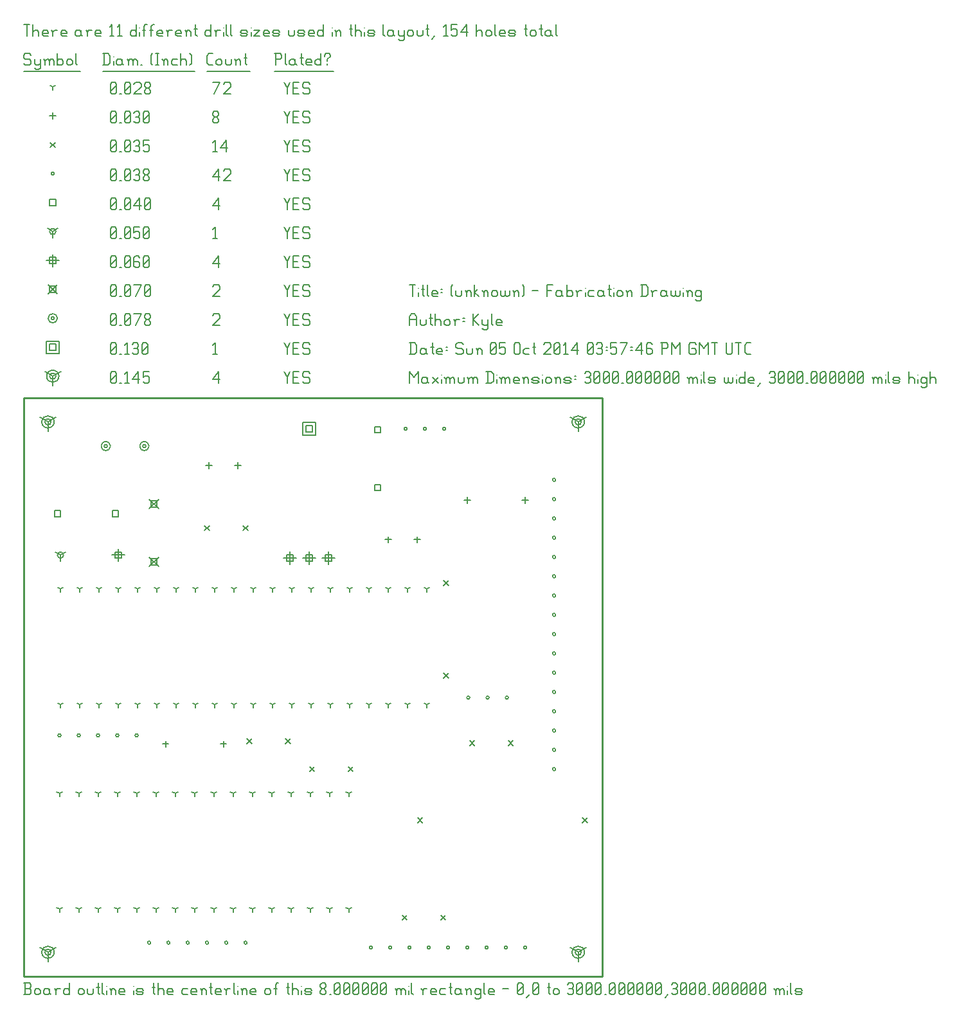
<source format=gbr>
G04 start of page 8 for group -3984 idx -3984 *
G04 Title: (unknown), fab *
G04 Creator: pcb 20110918 *
G04 CreationDate: Sun 05 Oct 2014 03:57:46 PM GMT UTC *
G04 For: kyle *
G04 Format: Gerber/RS-274X *
G04 PCB-Dimensions: 300000 300000 *
G04 PCB-Coordinate-Origin: lower left *
%MOIN*%
%FSLAX25Y25*%
%LNFAB*%
%ADD93C,0.0100*%
%ADD92C,0.0075*%
%ADD91C,0.0060*%
%ADD90C,0.0080*%
G54D90*X12500Y287500D02*Y282700D01*
Y287500D02*X16660Y289900D01*
X12500Y287500D02*X8340Y289900D01*
X10900Y287500D02*G75*G03X14100Y287500I1600J0D01*G01*
G75*G03X10900Y287500I-1600J0D01*G01*
X9300D02*G75*G03X15700Y287500I3200J0D01*G01*
G75*G03X9300Y287500I-3200J0D01*G01*
X287500D02*Y282700D01*
Y287500D02*X291660Y289900D01*
X287500Y287500D02*X283340Y289900D01*
X285900Y287500D02*G75*G03X289100Y287500I1600J0D01*G01*
G75*G03X285900Y287500I-1600J0D01*G01*
X284300D02*G75*G03X290700Y287500I3200J0D01*G01*
G75*G03X284300Y287500I-3200J0D01*G01*
X12500Y12500D02*Y7700D01*
Y12500D02*X16660Y14900D01*
X12500Y12500D02*X8340Y14900D01*
X10900Y12500D02*G75*G03X14100Y12500I1600J0D01*G01*
G75*G03X10900Y12500I-1600J0D01*G01*
X9300D02*G75*G03X15700Y12500I3200J0D01*G01*
G75*G03X9300Y12500I-3200J0D01*G01*
X287500D02*Y7700D01*
Y12500D02*X291660Y14900D01*
X287500Y12500D02*X283340Y14900D01*
X285900Y12500D02*G75*G03X289100Y12500I1600J0D01*G01*
G75*G03X285900Y12500I-1600J0D01*G01*
X284300D02*G75*G03X290700Y12500I3200J0D01*G01*
G75*G03X284300Y12500I-3200J0D01*G01*
X15000Y311250D02*Y306450D01*
Y311250D02*X19160Y313650D01*
X15000Y311250D02*X10840Y313650D01*
X13400Y311250D02*G75*G03X16600Y311250I1600J0D01*G01*
G75*G03X13400Y311250I-1600J0D01*G01*
X11800D02*G75*G03X18200Y311250I3200J0D01*G01*
G75*G03X11800Y311250I-3200J0D01*G01*
G54D91*X135000Y313500D02*X136500Y310500D01*
X138000Y313500D01*
X136500Y310500D02*Y307500D01*
X139800Y310800D02*X142050D01*
X139800Y307500D02*X142800D01*
X139800Y313500D02*Y307500D01*
Y313500D02*X142800D01*
X147600D02*X148350Y312750D01*
X145350Y313500D02*X147600D01*
X144600Y312750D02*X145350Y313500D01*
X144600Y312750D02*Y311250D01*
X145350Y310500D01*
X147600D01*
X148350Y309750D01*
Y308250D01*
X147600Y307500D02*X148350Y308250D01*
X145350Y307500D02*X147600D01*
X144600Y308250D02*X145350Y307500D01*
X98000Y309750D02*X101000Y313500D01*
X98000Y309750D02*X101750D01*
X101000Y313500D02*Y307500D01*
X45000Y308250D02*X45750Y307500D01*
X45000Y312750D02*Y308250D01*
Y312750D02*X45750Y313500D01*
X47250D01*
X48000Y312750D01*
Y308250D01*
X47250Y307500D02*X48000Y308250D01*
X45750Y307500D02*X47250D01*
X45000Y309000D02*X48000Y312000D01*
X49800Y307500D02*X50550D01*
X52350Y312300D02*X53550Y313500D01*
Y307500D01*
X52350D02*X54600D01*
X56400Y309750D02*X59400Y313500D01*
X56400Y309750D02*X60150D01*
X59400Y313500D02*Y307500D01*
X61950Y313500D02*X64950D01*
X61950D02*Y310500D01*
X62700Y311250D01*
X64200D01*
X64950Y310500D01*
Y308250D01*
X64200Y307500D02*X64950Y308250D01*
X62700Y307500D02*X64200D01*
X61950Y308250D02*X62700Y307500D01*
X146400Y285600D02*X149600D01*
X146400D02*Y282400D01*
X149600D01*
Y285600D02*Y282400D01*
X144800Y287200D02*X151200D01*
X144800D02*Y280800D01*
X151200D01*
Y287200D02*Y280800D01*
X13400Y327850D02*X16600D01*
X13400D02*Y324650D01*
X16600D01*
Y327850D02*Y324650D01*
X11800Y329450D02*X18200D01*
X11800D02*Y323050D01*
X18200D01*
Y329450D02*Y323050D01*
X135000Y328500D02*X136500Y325500D01*
X138000Y328500D01*
X136500Y325500D02*Y322500D01*
X139800Y325800D02*X142050D01*
X139800Y322500D02*X142800D01*
X139800Y328500D02*Y322500D01*
Y328500D02*X142800D01*
X147600D02*X148350Y327750D01*
X145350Y328500D02*X147600D01*
X144600Y327750D02*X145350Y328500D01*
X144600Y327750D02*Y326250D01*
X145350Y325500D01*
X147600D01*
X148350Y324750D01*
Y323250D01*
X147600Y322500D02*X148350Y323250D01*
X145350Y322500D02*X147600D01*
X144600Y323250D02*X145350Y322500D01*
X98000Y327300D02*X99200Y328500D01*
Y322500D01*
X98000D02*X100250D01*
X45000Y323250D02*X45750Y322500D01*
X45000Y327750D02*Y323250D01*
Y327750D02*X45750Y328500D01*
X47250D01*
X48000Y327750D01*
Y323250D01*
X47250Y322500D02*X48000Y323250D01*
X45750Y322500D02*X47250D01*
X45000Y324000D02*X48000Y327000D01*
X49800Y322500D02*X50550D01*
X52350Y327300D02*X53550Y328500D01*
Y322500D01*
X52350D02*X54600D01*
X56400Y327750D02*X57150Y328500D01*
X58650D01*
X59400Y327750D01*
X58650Y322500D02*X59400Y323250D01*
X57150Y322500D02*X58650D01*
X56400Y323250D02*X57150Y322500D01*
Y325800D02*X58650D01*
X59400Y327750D02*Y326550D01*
Y325050D02*Y323250D01*
Y325050D02*X58650Y325800D01*
X59400Y326550D02*X58650Y325800D01*
X61200Y323250D02*X61950Y322500D01*
X61200Y327750D02*Y323250D01*
Y327750D02*X61950Y328500D01*
X63450D01*
X64200Y327750D01*
Y323250D01*
X63450Y322500D02*X64200Y323250D01*
X61950Y322500D02*X63450D01*
X61200Y324000D02*X64200Y327000D01*
X41700Y275000D02*G75*G03X43300Y275000I800J0D01*G01*
G75*G03X41700Y275000I-800J0D01*G01*
X40100D02*G75*G03X44900Y275000I2400J0D01*G01*
G75*G03X40100Y275000I-2400J0D01*G01*
X61700D02*G75*G03X63300Y275000I800J0D01*G01*
G75*G03X61700Y275000I-800J0D01*G01*
X60100D02*G75*G03X64900Y275000I2400J0D01*G01*
G75*G03X60100Y275000I-2400J0D01*G01*
X14200Y341250D02*G75*G03X15800Y341250I800J0D01*G01*
G75*G03X14200Y341250I-800J0D01*G01*
X12600D02*G75*G03X17400Y341250I2400J0D01*G01*
G75*G03X12600Y341250I-2400J0D01*G01*
X135000Y343500D02*X136500Y340500D01*
X138000Y343500D01*
X136500Y340500D02*Y337500D01*
X139800Y340800D02*X142050D01*
X139800Y337500D02*X142800D01*
X139800Y343500D02*Y337500D01*
Y343500D02*X142800D01*
X147600D02*X148350Y342750D01*
X145350Y343500D02*X147600D01*
X144600Y342750D02*X145350Y343500D01*
X144600Y342750D02*Y341250D01*
X145350Y340500D01*
X147600D01*
X148350Y339750D01*
Y338250D01*
X147600Y337500D02*X148350Y338250D01*
X145350Y337500D02*X147600D01*
X144600Y338250D02*X145350Y337500D01*
X98000Y342750D02*X98750Y343500D01*
X101000D01*
X101750Y342750D01*
Y341250D01*
X98000Y337500D02*X101750Y341250D01*
X98000Y337500D02*X101750D01*
X45000Y338250D02*X45750Y337500D01*
X45000Y342750D02*Y338250D01*
Y342750D02*X45750Y343500D01*
X47250D01*
X48000Y342750D01*
Y338250D01*
X47250Y337500D02*X48000Y338250D01*
X45750Y337500D02*X47250D01*
X45000Y339000D02*X48000Y342000D01*
X49800Y337500D02*X50550D01*
X52350Y338250D02*X53100Y337500D01*
X52350Y342750D02*Y338250D01*
Y342750D02*X53100Y343500D01*
X54600D01*
X55350Y342750D01*
Y338250D01*
X54600Y337500D02*X55350Y338250D01*
X53100Y337500D02*X54600D01*
X52350Y339000D02*X55350Y342000D01*
X57900Y337500D02*X60900Y343500D01*
X57150D02*X60900D01*
X62700Y338250D02*X63450Y337500D01*
X62700Y339450D02*Y338250D01*
Y339450D02*X63750Y340500D01*
X64650D01*
X65700Y339450D01*
Y338250D01*
X64950Y337500D02*X65700Y338250D01*
X63450Y337500D02*X64950D01*
X62700Y341550D02*X63750Y340500D01*
X62700Y342750D02*Y341550D01*
Y342750D02*X63450Y343500D01*
X64950D01*
X65700Y342750D01*
Y341550D01*
X64650Y340500D02*X65700Y341550D01*
X65100Y247400D02*X69900Y242600D01*
X65100D02*X69900Y247400D01*
X65900Y246600D02*X69100D01*
X65900D02*Y243400D01*
X69100D01*
Y246600D02*Y243400D01*
X65100Y217400D02*X69900Y212600D01*
X65100D02*X69900Y217400D01*
X65900Y216600D02*X69100D01*
X65900D02*Y213400D01*
X69100D01*
Y216600D02*Y213400D01*
X12600Y358650D02*X17400Y353850D01*
X12600D02*X17400Y358650D01*
X13400Y357850D02*X16600D01*
X13400D02*Y354650D01*
X16600D01*
Y357850D02*Y354650D01*
X135000Y358500D02*X136500Y355500D01*
X138000Y358500D01*
X136500Y355500D02*Y352500D01*
X139800Y355800D02*X142050D01*
X139800Y352500D02*X142800D01*
X139800Y358500D02*Y352500D01*
Y358500D02*X142800D01*
X147600D02*X148350Y357750D01*
X145350Y358500D02*X147600D01*
X144600Y357750D02*X145350Y358500D01*
X144600Y357750D02*Y356250D01*
X145350Y355500D01*
X147600D01*
X148350Y354750D01*
Y353250D01*
X147600Y352500D02*X148350Y353250D01*
X145350Y352500D02*X147600D01*
X144600Y353250D02*X145350Y352500D01*
X98000Y357750D02*X98750Y358500D01*
X101000D01*
X101750Y357750D01*
Y356250D01*
X98000Y352500D02*X101750Y356250D01*
X98000Y352500D02*X101750D01*
X45000Y353250D02*X45750Y352500D01*
X45000Y357750D02*Y353250D01*
Y357750D02*X45750Y358500D01*
X47250D01*
X48000Y357750D01*
Y353250D01*
X47250Y352500D02*X48000Y353250D01*
X45750Y352500D02*X47250D01*
X45000Y354000D02*X48000Y357000D01*
X49800Y352500D02*X50550D01*
X52350Y353250D02*X53100Y352500D01*
X52350Y357750D02*Y353250D01*
Y357750D02*X53100Y358500D01*
X54600D01*
X55350Y357750D01*
Y353250D01*
X54600Y352500D02*X55350Y353250D01*
X53100Y352500D02*X54600D01*
X52350Y354000D02*X55350Y357000D01*
X57900Y352500D02*X60900Y358500D01*
X57150D02*X60900D01*
X62700Y353250D02*X63450Y352500D01*
X62700Y357750D02*Y353250D01*
Y357750D02*X63450Y358500D01*
X64950D01*
X65700Y357750D01*
Y353250D01*
X64950Y352500D02*X65700Y353250D01*
X63450Y352500D02*X64950D01*
X62700Y354000D02*X65700Y357000D01*
X49000Y221700D02*Y215300D01*
X45800Y218500D02*X52200D01*
X47400Y220100D02*X50600D01*
X47400D02*Y216900D01*
X50600D01*
Y220100D02*Y216900D01*
X138000Y220200D02*Y213800D01*
X134800Y217000D02*X141200D01*
X136400Y218600D02*X139600D01*
X136400D02*Y215400D01*
X139600D01*
Y218600D02*Y215400D01*
X148000Y220200D02*Y213800D01*
X144800Y217000D02*X151200D01*
X146400Y218600D02*X149600D01*
X146400D02*Y215400D01*
X149600D01*
Y218600D02*Y215400D01*
X158000Y220200D02*Y213800D01*
X154800Y217000D02*X161200D01*
X156400Y218600D02*X159600D01*
X156400D02*Y215400D01*
X159600D01*
Y218600D02*Y215400D01*
X15000Y374450D02*Y368050D01*
X11800Y371250D02*X18200D01*
X13400Y372850D02*X16600D01*
X13400D02*Y369650D01*
X16600D01*
Y372850D02*Y369650D01*
X135000Y373500D02*X136500Y370500D01*
X138000Y373500D01*
X136500Y370500D02*Y367500D01*
X139800Y370800D02*X142050D01*
X139800Y367500D02*X142800D01*
X139800Y373500D02*Y367500D01*
Y373500D02*X142800D01*
X147600D02*X148350Y372750D01*
X145350Y373500D02*X147600D01*
X144600Y372750D02*X145350Y373500D01*
X144600Y372750D02*Y371250D01*
X145350Y370500D01*
X147600D01*
X148350Y369750D01*
Y368250D01*
X147600Y367500D02*X148350Y368250D01*
X145350Y367500D02*X147600D01*
X144600Y368250D02*X145350Y367500D01*
X98000Y369750D02*X101000Y373500D01*
X98000Y369750D02*X101750D01*
X101000Y373500D02*Y367500D01*
X45000Y368250D02*X45750Y367500D01*
X45000Y372750D02*Y368250D01*
Y372750D02*X45750Y373500D01*
X47250D01*
X48000Y372750D01*
Y368250D01*
X47250Y367500D02*X48000Y368250D01*
X45750Y367500D02*X47250D01*
X45000Y369000D02*X48000Y372000D01*
X49800Y367500D02*X50550D01*
X52350Y368250D02*X53100Y367500D01*
X52350Y372750D02*Y368250D01*
Y372750D02*X53100Y373500D01*
X54600D01*
X55350Y372750D01*
Y368250D01*
X54600Y367500D02*X55350Y368250D01*
X53100Y367500D02*X54600D01*
X52350Y369000D02*X55350Y372000D01*
X59400Y373500D02*X60150Y372750D01*
X57900Y373500D02*X59400D01*
X57150Y372750D02*X57900Y373500D01*
X57150Y372750D02*Y368250D01*
X57900Y367500D01*
X59400Y370800D02*X60150Y370050D01*
X57150Y370800D02*X59400D01*
X57900Y367500D02*X59400D01*
X60150Y368250D01*
Y370050D02*Y368250D01*
X61950D02*X62700Y367500D01*
X61950Y372750D02*Y368250D01*
Y372750D02*X62700Y373500D01*
X64200D01*
X64950Y372750D01*
Y368250D01*
X64200Y367500D02*X64950Y368250D01*
X62700Y367500D02*X64200D01*
X61950Y369000D02*X64950Y372000D01*
X19000Y218500D02*Y215300D01*
Y218500D02*X21773Y220100D01*
X19000Y218500D02*X16227Y220100D01*
X17400Y218500D02*G75*G03X20600Y218500I1600J0D01*G01*
G75*G03X17400Y218500I-1600J0D01*G01*
X15000Y386250D02*Y383050D01*
Y386250D02*X17773Y387850D01*
X15000Y386250D02*X12227Y387850D01*
X13400Y386250D02*G75*G03X16600Y386250I1600J0D01*G01*
G75*G03X13400Y386250I-1600J0D01*G01*
X135000Y388500D02*X136500Y385500D01*
X138000Y388500D01*
X136500Y385500D02*Y382500D01*
X139800Y385800D02*X142050D01*
X139800Y382500D02*X142800D01*
X139800Y388500D02*Y382500D01*
Y388500D02*X142800D01*
X147600D02*X148350Y387750D01*
X145350Y388500D02*X147600D01*
X144600Y387750D02*X145350Y388500D01*
X144600Y387750D02*Y386250D01*
X145350Y385500D01*
X147600D01*
X148350Y384750D01*
Y383250D01*
X147600Y382500D02*X148350Y383250D01*
X145350Y382500D02*X147600D01*
X144600Y383250D02*X145350Y382500D01*
X98000Y387300D02*X99200Y388500D01*
Y382500D01*
X98000D02*X100250D01*
X45000Y383250D02*X45750Y382500D01*
X45000Y387750D02*Y383250D01*
Y387750D02*X45750Y388500D01*
X47250D01*
X48000Y387750D01*
Y383250D01*
X47250Y382500D02*X48000Y383250D01*
X45750Y382500D02*X47250D01*
X45000Y384000D02*X48000Y387000D01*
X49800Y382500D02*X50550D01*
X52350Y383250D02*X53100Y382500D01*
X52350Y387750D02*Y383250D01*
Y387750D02*X53100Y388500D01*
X54600D01*
X55350Y387750D01*
Y383250D01*
X54600Y382500D02*X55350Y383250D01*
X53100Y382500D02*X54600D01*
X52350Y384000D02*X55350Y387000D01*
X57150Y388500D02*X60150D01*
X57150D02*Y385500D01*
X57900Y386250D01*
X59400D01*
X60150Y385500D01*
Y383250D01*
X59400Y382500D02*X60150Y383250D01*
X57900Y382500D02*X59400D01*
X57150Y383250D02*X57900Y382500D01*
X61950Y383250D02*X62700Y382500D01*
X61950Y387750D02*Y383250D01*
Y387750D02*X62700Y388500D01*
X64200D01*
X64950Y387750D01*
Y383250D01*
X64200Y382500D02*X64950Y383250D01*
X62700Y382500D02*X64200D01*
X61950Y384000D02*X64950Y387000D01*
X181900Y255100D02*X185100D01*
X181900D02*Y251900D01*
X185100D01*
Y255100D02*Y251900D01*
X181900Y285100D02*X185100D01*
X181900D02*Y281900D01*
X185100D01*
Y285100D02*Y281900D01*
X15900Y241600D02*X19100D01*
X15900D02*Y238400D01*
X19100D01*
Y241600D02*Y238400D01*
X45900Y241600D02*X49100D01*
X45900D02*Y238400D01*
X49100D01*
Y241600D02*Y238400D01*
X13400Y402850D02*X16600D01*
X13400D02*Y399650D01*
X16600D01*
Y402850D02*Y399650D01*
X135000Y403500D02*X136500Y400500D01*
X138000Y403500D01*
X136500Y400500D02*Y397500D01*
X139800Y400800D02*X142050D01*
X139800Y397500D02*X142800D01*
X139800Y403500D02*Y397500D01*
Y403500D02*X142800D01*
X147600D02*X148350Y402750D01*
X145350Y403500D02*X147600D01*
X144600Y402750D02*X145350Y403500D01*
X144600Y402750D02*Y401250D01*
X145350Y400500D01*
X147600D01*
X148350Y399750D01*
Y398250D01*
X147600Y397500D02*X148350Y398250D01*
X145350Y397500D02*X147600D01*
X144600Y398250D02*X145350Y397500D01*
X98000Y399750D02*X101000Y403500D01*
X98000Y399750D02*X101750D01*
X101000Y403500D02*Y397500D01*
X45000Y398250D02*X45750Y397500D01*
X45000Y402750D02*Y398250D01*
Y402750D02*X45750Y403500D01*
X47250D01*
X48000Y402750D01*
Y398250D01*
X47250Y397500D02*X48000Y398250D01*
X45750Y397500D02*X47250D01*
X45000Y399000D02*X48000Y402000D01*
X49800Y397500D02*X50550D01*
X52350Y398250D02*X53100Y397500D01*
X52350Y402750D02*Y398250D01*
Y402750D02*X53100Y403500D01*
X54600D01*
X55350Y402750D01*
Y398250D01*
X54600Y397500D02*X55350Y398250D01*
X53100Y397500D02*X54600D01*
X52350Y399000D02*X55350Y402000D01*
X57150Y399750D02*X60150Y403500D01*
X57150Y399750D02*X60900D01*
X60150Y403500D02*Y397500D01*
X62700Y398250D02*X63450Y397500D01*
X62700Y402750D02*Y398250D01*
Y402750D02*X63450Y403500D01*
X64950D01*
X65700Y402750D01*
Y398250D01*
X64950Y397500D02*X65700Y398250D01*
X63450Y397500D02*X64950D01*
X62700Y399000D02*X65700Y402000D01*
X249700Y144500D02*G75*G03X251300Y144500I800J0D01*G01*
G75*G03X249700Y144500I-800J0D01*G01*
X239700D02*G75*G03X241300Y144500I800J0D01*G01*
G75*G03X239700Y144500I-800J0D01*G01*
X229700D02*G75*G03X231300Y144500I800J0D01*G01*
G75*G03X229700Y144500I-800J0D01*G01*
X274200Y107500D02*G75*G03X275800Y107500I800J0D01*G01*
G75*G03X274200Y107500I-800J0D01*G01*
Y117500D02*G75*G03X275800Y117500I800J0D01*G01*
G75*G03X274200Y117500I-800J0D01*G01*
Y127500D02*G75*G03X275800Y127500I800J0D01*G01*
G75*G03X274200Y127500I-800J0D01*G01*
Y137500D02*G75*G03X275800Y137500I800J0D01*G01*
G75*G03X274200Y137500I-800J0D01*G01*
Y147500D02*G75*G03X275800Y147500I800J0D01*G01*
G75*G03X274200Y147500I-800J0D01*G01*
Y157500D02*G75*G03X275800Y157500I800J0D01*G01*
G75*G03X274200Y157500I-800J0D01*G01*
Y167500D02*G75*G03X275800Y167500I800J0D01*G01*
G75*G03X274200Y167500I-800J0D01*G01*
Y177500D02*G75*G03X275800Y177500I800J0D01*G01*
G75*G03X274200Y177500I-800J0D01*G01*
Y187500D02*G75*G03X275800Y187500I800J0D01*G01*
G75*G03X274200Y187500I-800J0D01*G01*
Y197500D02*G75*G03X275800Y197500I800J0D01*G01*
G75*G03X274200Y197500I-800J0D01*G01*
Y207500D02*G75*G03X275800Y207500I800J0D01*G01*
G75*G03X274200Y207500I-800J0D01*G01*
Y217500D02*G75*G03X275800Y217500I800J0D01*G01*
G75*G03X274200Y217500I-800J0D01*G01*
Y227500D02*G75*G03X275800Y227500I800J0D01*G01*
G75*G03X274200Y227500I-800J0D01*G01*
Y237500D02*G75*G03X275800Y237500I800J0D01*G01*
G75*G03X274200Y237500I-800J0D01*G01*
Y247500D02*G75*G03X275800Y247500I800J0D01*G01*
G75*G03X274200Y247500I-800J0D01*G01*
Y257500D02*G75*G03X275800Y257500I800J0D01*G01*
G75*G03X274200Y257500I-800J0D01*G01*
X259200Y15000D02*G75*G03X260800Y15000I800J0D01*G01*
G75*G03X259200Y15000I-800J0D01*G01*
X249200D02*G75*G03X250800Y15000I800J0D01*G01*
G75*G03X249200Y15000I-800J0D01*G01*
X239200D02*G75*G03X240800Y15000I800J0D01*G01*
G75*G03X239200Y15000I-800J0D01*G01*
X229200D02*G75*G03X230800Y15000I800J0D01*G01*
G75*G03X229200Y15000I-800J0D01*G01*
X219200D02*G75*G03X220800Y15000I800J0D01*G01*
G75*G03X219200Y15000I-800J0D01*G01*
X209200D02*G75*G03X210800Y15000I800J0D01*G01*
G75*G03X209200Y15000I-800J0D01*G01*
X199200D02*G75*G03X200800Y15000I800J0D01*G01*
G75*G03X199200Y15000I-800J0D01*G01*
X189200D02*G75*G03X190800Y15000I800J0D01*G01*
G75*G03X189200Y15000I-800J0D01*G01*
X179200D02*G75*G03X180800Y15000I800J0D01*G01*
G75*G03X179200Y15000I-800J0D01*G01*
X64200Y17500D02*G75*G03X65800Y17500I800J0D01*G01*
G75*G03X64200Y17500I-800J0D01*G01*
X74200D02*G75*G03X75800Y17500I800J0D01*G01*
G75*G03X74200Y17500I-800J0D01*G01*
X84200D02*G75*G03X85800Y17500I800J0D01*G01*
G75*G03X84200Y17500I-800J0D01*G01*
X94200D02*G75*G03X95800Y17500I800J0D01*G01*
G75*G03X94200Y17500I-800J0D01*G01*
X104200D02*G75*G03X105800Y17500I800J0D01*G01*
G75*G03X104200Y17500I-800J0D01*G01*
X114200D02*G75*G03X115800Y17500I800J0D01*G01*
G75*G03X114200Y17500I-800J0D01*G01*
X17700Y125000D02*G75*G03X19300Y125000I800J0D01*G01*
G75*G03X17700Y125000I-800J0D01*G01*
X27700D02*G75*G03X29300Y125000I800J0D01*G01*
G75*G03X27700Y125000I-800J0D01*G01*
X37700D02*G75*G03X39300Y125000I800J0D01*G01*
G75*G03X37700Y125000I-800J0D01*G01*
X47700D02*G75*G03X49300Y125000I800J0D01*G01*
G75*G03X47700Y125000I-800J0D01*G01*
X57700D02*G75*G03X59300Y125000I800J0D01*G01*
G75*G03X57700Y125000I-800J0D01*G01*
X197200Y284000D02*G75*G03X198800Y284000I800J0D01*G01*
G75*G03X197200Y284000I-800J0D01*G01*
X207200D02*G75*G03X208800Y284000I800J0D01*G01*
G75*G03X207200Y284000I-800J0D01*G01*
X217200D02*G75*G03X218800Y284000I800J0D01*G01*
G75*G03X217200Y284000I-800J0D01*G01*
X14200Y416250D02*G75*G03X15800Y416250I800J0D01*G01*
G75*G03X14200Y416250I-800J0D01*G01*
X135000Y418500D02*X136500Y415500D01*
X138000Y418500D01*
X136500Y415500D02*Y412500D01*
X139800Y415800D02*X142050D01*
X139800Y412500D02*X142800D01*
X139800Y418500D02*Y412500D01*
Y418500D02*X142800D01*
X147600D02*X148350Y417750D01*
X145350Y418500D02*X147600D01*
X144600Y417750D02*X145350Y418500D01*
X144600Y417750D02*Y416250D01*
X145350Y415500D01*
X147600D01*
X148350Y414750D01*
Y413250D01*
X147600Y412500D02*X148350Y413250D01*
X145350Y412500D02*X147600D01*
X144600Y413250D02*X145350Y412500D01*
X98000Y414750D02*X101000Y418500D01*
X98000Y414750D02*X101750D01*
X101000Y418500D02*Y412500D01*
X103550Y417750D02*X104300Y418500D01*
X106550D01*
X107300Y417750D01*
Y416250D01*
X103550Y412500D02*X107300Y416250D01*
X103550Y412500D02*X107300D01*
X45000Y413250D02*X45750Y412500D01*
X45000Y417750D02*Y413250D01*
Y417750D02*X45750Y418500D01*
X47250D01*
X48000Y417750D01*
Y413250D01*
X47250Y412500D02*X48000Y413250D01*
X45750Y412500D02*X47250D01*
X45000Y414000D02*X48000Y417000D01*
X49800Y412500D02*X50550D01*
X52350Y413250D02*X53100Y412500D01*
X52350Y417750D02*Y413250D01*
Y417750D02*X53100Y418500D01*
X54600D01*
X55350Y417750D01*
Y413250D01*
X54600Y412500D02*X55350Y413250D01*
X53100Y412500D02*X54600D01*
X52350Y414000D02*X55350Y417000D01*
X57150Y417750D02*X57900Y418500D01*
X59400D01*
X60150Y417750D01*
X59400Y412500D02*X60150Y413250D01*
X57900Y412500D02*X59400D01*
X57150Y413250D02*X57900Y412500D01*
Y415800D02*X59400D01*
X60150Y417750D02*Y416550D01*
Y415050D02*Y413250D01*
Y415050D02*X59400Y415800D01*
X60150Y416550D02*X59400Y415800D01*
X61950Y413250D02*X62700Y412500D01*
X61950Y414450D02*Y413250D01*
Y414450D02*X63000Y415500D01*
X63900D01*
X64950Y414450D01*
Y413250D01*
X64200Y412500D02*X64950Y413250D01*
X62700Y412500D02*X64200D01*
X61950Y416550D02*X63000Y415500D01*
X61950Y417750D02*Y416550D01*
Y417750D02*X62700Y418500D01*
X64200D01*
X64950Y417750D01*
Y416550D01*
X63900Y415500D02*X64950Y416550D01*
X251300Y122200D02*X253700Y119800D01*
X251300D02*X253700Y122200D01*
X231300D02*X233700Y119800D01*
X231300D02*X233700Y122200D01*
X216300Y31700D02*X218700Y29300D01*
X216300D02*X218700Y31700D01*
X196300D02*X198700Y29300D01*
X196300D02*X198700Y31700D01*
X168300Y108700D02*X170700Y106300D01*
X168300D02*X170700Y108700D01*
X148300D02*X150700Y106300D01*
X148300D02*X150700Y108700D01*
X135800Y123200D02*X138200Y120800D01*
X135800D02*X138200Y123200D01*
X115800D02*X118200Y120800D01*
X115800D02*X118200Y123200D01*
X113800Y233700D02*X116200Y231300D01*
X113800D02*X116200Y233700D01*
X93800D02*X96200Y231300D01*
X93800D02*X96200Y233700D01*
X289800Y82200D02*X292200Y79800D01*
X289800D02*X292200Y82200D01*
X217800Y157200D02*X220200Y154800D01*
X217800D02*X220200Y157200D01*
X217800Y205200D02*X220200Y202800D01*
X217800D02*X220200Y205200D01*
X204300Y82200D02*X206700Y79800D01*
X204300D02*X206700Y82200D01*
X13800Y432450D02*X16200Y430050D01*
X13800D02*X16200Y432450D01*
X135000Y433500D02*X136500Y430500D01*
X138000Y433500D01*
X136500Y430500D02*Y427500D01*
X139800Y430800D02*X142050D01*
X139800Y427500D02*X142800D01*
X139800Y433500D02*Y427500D01*
Y433500D02*X142800D01*
X147600D02*X148350Y432750D01*
X145350Y433500D02*X147600D01*
X144600Y432750D02*X145350Y433500D01*
X144600Y432750D02*Y431250D01*
X145350Y430500D01*
X147600D01*
X148350Y429750D01*
Y428250D01*
X147600Y427500D02*X148350Y428250D01*
X145350Y427500D02*X147600D01*
X144600Y428250D02*X145350Y427500D01*
X98000Y432300D02*X99200Y433500D01*
Y427500D01*
X98000D02*X100250D01*
X102050Y429750D02*X105050Y433500D01*
X102050Y429750D02*X105800D01*
X105050Y433500D02*Y427500D01*
X45000Y428250D02*X45750Y427500D01*
X45000Y432750D02*Y428250D01*
Y432750D02*X45750Y433500D01*
X47250D01*
X48000Y432750D01*
Y428250D01*
X47250Y427500D02*X48000Y428250D01*
X45750Y427500D02*X47250D01*
X45000Y429000D02*X48000Y432000D01*
X49800Y427500D02*X50550D01*
X52350Y428250D02*X53100Y427500D01*
X52350Y432750D02*Y428250D01*
Y432750D02*X53100Y433500D01*
X54600D01*
X55350Y432750D01*
Y428250D01*
X54600Y427500D02*X55350Y428250D01*
X53100Y427500D02*X54600D01*
X52350Y429000D02*X55350Y432000D01*
X57150Y432750D02*X57900Y433500D01*
X59400D01*
X60150Y432750D01*
X59400Y427500D02*X60150Y428250D01*
X57900Y427500D02*X59400D01*
X57150Y428250D02*X57900Y427500D01*
Y430800D02*X59400D01*
X60150Y432750D02*Y431550D01*
Y430050D02*Y428250D01*
Y430050D02*X59400Y430800D01*
X60150Y431550D02*X59400Y430800D01*
X61950Y433500D02*X64950D01*
X61950D02*Y430500D01*
X62700Y431250D01*
X64200D01*
X64950Y430500D01*
Y428250D01*
X64200Y427500D02*X64950Y428250D01*
X62700Y427500D02*X64200D01*
X61950Y428250D02*X62700Y427500D01*
X230000Y248600D02*Y245400D01*
X228400Y247000D02*X231600D01*
X260000Y248600D02*Y245400D01*
X258400Y247000D02*X261600D01*
X189000Y228100D02*Y224900D01*
X187400Y226500D02*X190600D01*
X204000Y228100D02*Y224900D01*
X202400Y226500D02*X205600D01*
X96000Y266600D02*Y263400D01*
X94400Y265000D02*X97600D01*
X111000Y266600D02*Y263400D01*
X109400Y265000D02*X112600D01*
X73500Y122100D02*Y118900D01*
X71900Y120500D02*X75100D01*
X103500Y122100D02*Y118900D01*
X101900Y120500D02*X105100D01*
X15000Y447850D02*Y444650D01*
X13400Y446250D02*X16600D01*
X135000Y448500D02*X136500Y445500D01*
X138000Y448500D01*
X136500Y445500D02*Y442500D01*
X139800Y445800D02*X142050D01*
X139800Y442500D02*X142800D01*
X139800Y448500D02*Y442500D01*
Y448500D02*X142800D01*
X147600D02*X148350Y447750D01*
X145350Y448500D02*X147600D01*
X144600Y447750D02*X145350Y448500D01*
X144600Y447750D02*Y446250D01*
X145350Y445500D01*
X147600D01*
X148350Y444750D01*
Y443250D01*
X147600Y442500D02*X148350Y443250D01*
X145350Y442500D02*X147600D01*
X144600Y443250D02*X145350Y442500D01*
X98000Y443250D02*X98750Y442500D01*
X98000Y444450D02*Y443250D01*
Y444450D02*X99050Y445500D01*
X99950D01*
X101000Y444450D01*
Y443250D01*
X100250Y442500D02*X101000Y443250D01*
X98750Y442500D02*X100250D01*
X98000Y446550D02*X99050Y445500D01*
X98000Y447750D02*Y446550D01*
Y447750D02*X98750Y448500D01*
X100250D01*
X101000Y447750D01*
Y446550D01*
X99950Y445500D02*X101000Y446550D01*
X45000Y443250D02*X45750Y442500D01*
X45000Y447750D02*Y443250D01*
Y447750D02*X45750Y448500D01*
X47250D01*
X48000Y447750D01*
Y443250D01*
X47250Y442500D02*X48000Y443250D01*
X45750Y442500D02*X47250D01*
X45000Y444000D02*X48000Y447000D01*
X49800Y442500D02*X50550D01*
X52350Y443250D02*X53100Y442500D01*
X52350Y447750D02*Y443250D01*
Y447750D02*X53100Y448500D01*
X54600D01*
X55350Y447750D01*
Y443250D01*
X54600Y442500D02*X55350Y443250D01*
X53100Y442500D02*X54600D01*
X52350Y444000D02*X55350Y447000D01*
X57150Y447750D02*X57900Y448500D01*
X59400D01*
X60150Y447750D01*
X59400Y442500D02*X60150Y443250D01*
X57900Y442500D02*X59400D01*
X57150Y443250D02*X57900Y442500D01*
Y445800D02*X59400D01*
X60150Y447750D02*Y446550D01*
Y445050D02*Y443250D01*
Y445050D02*X59400Y445800D01*
X60150Y446550D02*X59400Y445800D01*
X61950Y443250D02*X62700Y442500D01*
X61950Y447750D02*Y443250D01*
Y447750D02*X62700Y448500D01*
X64200D01*
X64950Y447750D01*
Y443250D01*
X64200Y442500D02*X64950Y443250D01*
X62700Y442500D02*X64200D01*
X61950Y444000D02*X64950Y447000D01*
X19000Y141000D02*Y139400D01*
Y141000D02*X20387Y141800D01*
X19000Y141000D02*X17613Y141800D01*
X29000Y141000D02*Y139400D01*
Y141000D02*X30387Y141800D01*
X29000Y141000D02*X27613Y141800D01*
X39000Y141000D02*Y139400D01*
Y141000D02*X40387Y141800D01*
X39000Y141000D02*X37613Y141800D01*
X49000Y141000D02*Y139400D01*
Y141000D02*X50387Y141800D01*
X49000Y141000D02*X47613Y141800D01*
X59000Y141000D02*Y139400D01*
Y141000D02*X60387Y141800D01*
X59000Y141000D02*X57613Y141800D01*
X69000Y141000D02*Y139400D01*
Y141000D02*X70387Y141800D01*
X69000Y141000D02*X67613Y141800D01*
X79000Y141000D02*Y139400D01*
Y141000D02*X80387Y141800D01*
X79000Y141000D02*X77613Y141800D01*
X89000Y141000D02*Y139400D01*
Y141000D02*X90387Y141800D01*
X89000Y141000D02*X87613Y141800D01*
X99000Y141000D02*Y139400D01*
Y141000D02*X100387Y141800D01*
X99000Y141000D02*X97613Y141800D01*
X109000Y141000D02*Y139400D01*
Y141000D02*X110387Y141800D01*
X109000Y141000D02*X107613Y141800D01*
X119000Y141000D02*Y139400D01*
Y141000D02*X120387Y141800D01*
X119000Y141000D02*X117613Y141800D01*
X129000Y141000D02*Y139400D01*
Y141000D02*X130387Y141800D01*
X129000Y141000D02*X127613Y141800D01*
X139000Y141000D02*Y139400D01*
Y141000D02*X140387Y141800D01*
X139000Y141000D02*X137613Y141800D01*
X149000Y141000D02*Y139400D01*
Y141000D02*X150387Y141800D01*
X149000Y141000D02*X147613Y141800D01*
X159000Y141000D02*Y139400D01*
Y141000D02*X160387Y141800D01*
X159000Y141000D02*X157613Y141800D01*
X169000Y141000D02*Y139400D01*
Y141000D02*X170387Y141800D01*
X169000Y141000D02*X167613Y141800D01*
X179000Y141000D02*Y139400D01*
Y141000D02*X180387Y141800D01*
X179000Y141000D02*X177613Y141800D01*
X189000Y141000D02*Y139400D01*
Y141000D02*X190387Y141800D01*
X189000Y141000D02*X187613Y141800D01*
X199000Y141000D02*Y139400D01*
Y141000D02*X200387Y141800D01*
X199000Y141000D02*X197613Y141800D01*
X209000Y141000D02*Y139400D01*
Y141000D02*X210387Y141800D01*
X209000Y141000D02*X207613Y141800D01*
X209000Y201000D02*Y199400D01*
Y201000D02*X210387Y201800D01*
X209000Y201000D02*X207613Y201800D01*
X199000Y201000D02*Y199400D01*
Y201000D02*X200387Y201800D01*
X199000Y201000D02*X197613Y201800D01*
X189000Y201000D02*Y199400D01*
Y201000D02*X190387Y201800D01*
X189000Y201000D02*X187613Y201800D01*
X179000Y201000D02*Y199400D01*
Y201000D02*X180387Y201800D01*
X179000Y201000D02*X177613Y201800D01*
X169000Y201000D02*Y199400D01*
Y201000D02*X170387Y201800D01*
X169000Y201000D02*X167613Y201800D01*
X159000Y201000D02*Y199400D01*
Y201000D02*X160387Y201800D01*
X159000Y201000D02*X157613Y201800D01*
X149000Y201000D02*Y199400D01*
Y201000D02*X150387Y201800D01*
X149000Y201000D02*X147613Y201800D01*
X139000Y201000D02*Y199400D01*
Y201000D02*X140387Y201800D01*
X139000Y201000D02*X137613Y201800D01*
X129000Y201000D02*Y199400D01*
Y201000D02*X130387Y201800D01*
X129000Y201000D02*X127613Y201800D01*
X119000Y201000D02*Y199400D01*
Y201000D02*X120387Y201800D01*
X119000Y201000D02*X117613Y201800D01*
X109000Y201000D02*Y199400D01*
Y201000D02*X110387Y201800D01*
X109000Y201000D02*X107613Y201800D01*
X99000Y201000D02*Y199400D01*
Y201000D02*X100387Y201800D01*
X99000Y201000D02*X97613Y201800D01*
X89000Y201000D02*Y199400D01*
Y201000D02*X90387Y201800D01*
X89000Y201000D02*X87613Y201800D01*
X79000Y201000D02*Y199400D01*
Y201000D02*X80387Y201800D01*
X79000Y201000D02*X77613Y201800D01*
X69000Y201000D02*Y199400D01*
Y201000D02*X70387Y201800D01*
X69000Y201000D02*X67613Y201800D01*
X59000Y201000D02*Y199400D01*
Y201000D02*X60387Y201800D01*
X59000Y201000D02*X57613Y201800D01*
X49000Y201000D02*Y199400D01*
Y201000D02*X50387Y201800D01*
X49000Y201000D02*X47613Y201800D01*
X39000Y201000D02*Y199400D01*
Y201000D02*X40387Y201800D01*
X39000Y201000D02*X37613Y201800D01*
X29000Y201000D02*Y199400D01*
Y201000D02*X30387Y201800D01*
X29000Y201000D02*X27613Y201800D01*
X19000Y201000D02*Y199400D01*
Y201000D02*X20387Y201800D01*
X19000Y201000D02*X17613Y201800D01*
X168500Y95000D02*Y93400D01*
Y95000D02*X169887Y95800D01*
X168500Y95000D02*X167113Y95800D01*
X158500Y95000D02*Y93400D01*
Y95000D02*X159887Y95800D01*
X158500Y95000D02*X157113Y95800D01*
X148500Y95000D02*Y93400D01*
Y95000D02*X149887Y95800D01*
X148500Y95000D02*X147113Y95800D01*
X138500Y95000D02*Y93400D01*
Y95000D02*X139887Y95800D01*
X138500Y95000D02*X137113Y95800D01*
X128500Y95000D02*Y93400D01*
Y95000D02*X129887Y95800D01*
X128500Y95000D02*X127113Y95800D01*
X118500Y95000D02*Y93400D01*
Y95000D02*X119887Y95800D01*
X118500Y95000D02*X117113Y95800D01*
X108500Y95000D02*Y93400D01*
Y95000D02*X109887Y95800D01*
X108500Y95000D02*X107113Y95800D01*
X98500Y95000D02*Y93400D01*
Y95000D02*X99887Y95800D01*
X98500Y95000D02*X97113Y95800D01*
X88500Y95000D02*Y93400D01*
Y95000D02*X89887Y95800D01*
X88500Y95000D02*X87113Y95800D01*
X78500Y95000D02*Y93400D01*
Y95000D02*X79887Y95800D01*
X78500Y95000D02*X77113Y95800D01*
X68500Y95000D02*Y93400D01*
Y95000D02*X69887Y95800D01*
X68500Y95000D02*X67113Y95800D01*
X58500Y95000D02*Y93400D01*
Y95000D02*X59887Y95800D01*
X58500Y95000D02*X57113Y95800D01*
X48500Y95000D02*Y93400D01*
Y95000D02*X49887Y95800D01*
X48500Y95000D02*X47113Y95800D01*
X38500Y95000D02*Y93400D01*
Y95000D02*X39887Y95800D01*
X38500Y95000D02*X37113Y95800D01*
X28500Y95000D02*Y93400D01*
Y95000D02*X29887Y95800D01*
X28500Y95000D02*X27113Y95800D01*
X18500Y95000D02*Y93400D01*
Y95000D02*X19887Y95800D01*
X18500Y95000D02*X17113Y95800D01*
X18500Y35000D02*Y33400D01*
Y35000D02*X19887Y35800D01*
X18500Y35000D02*X17113Y35800D01*
X28500Y35000D02*Y33400D01*
Y35000D02*X29887Y35800D01*
X28500Y35000D02*X27113Y35800D01*
X38500Y35000D02*Y33400D01*
Y35000D02*X39887Y35800D01*
X38500Y35000D02*X37113Y35800D01*
X48500Y35000D02*Y33400D01*
Y35000D02*X49887Y35800D01*
X48500Y35000D02*X47113Y35800D01*
X58500Y35000D02*Y33400D01*
Y35000D02*X59887Y35800D01*
X58500Y35000D02*X57113Y35800D01*
X68500Y35000D02*Y33400D01*
Y35000D02*X69887Y35800D01*
X68500Y35000D02*X67113Y35800D01*
X78500Y35000D02*Y33400D01*
Y35000D02*X79887Y35800D01*
X78500Y35000D02*X77113Y35800D01*
X88500Y35000D02*Y33400D01*
Y35000D02*X89887Y35800D01*
X88500Y35000D02*X87113Y35800D01*
X98500Y35000D02*Y33400D01*
Y35000D02*X99887Y35800D01*
X98500Y35000D02*X97113Y35800D01*
X108500Y35000D02*Y33400D01*
Y35000D02*X109887Y35800D01*
X108500Y35000D02*X107113Y35800D01*
X118500Y35000D02*Y33400D01*
Y35000D02*X119887Y35800D01*
X118500Y35000D02*X117113Y35800D01*
X128500Y35000D02*Y33400D01*
Y35000D02*X129887Y35800D01*
X128500Y35000D02*X127113Y35800D01*
X138500Y35000D02*Y33400D01*
Y35000D02*X139887Y35800D01*
X138500Y35000D02*X137113Y35800D01*
X148500Y35000D02*Y33400D01*
Y35000D02*X149887Y35800D01*
X148500Y35000D02*X147113Y35800D01*
X158500Y35000D02*Y33400D01*
Y35000D02*X159887Y35800D01*
X158500Y35000D02*X157113Y35800D01*
X168500Y35000D02*Y33400D01*
Y35000D02*X169887Y35800D01*
X168500Y35000D02*X167113Y35800D01*
X15000Y461250D02*Y459650D01*
Y461250D02*X16387Y462050D01*
X15000Y461250D02*X13613Y462050D01*
X135000Y463500D02*X136500Y460500D01*
X138000Y463500D01*
X136500Y460500D02*Y457500D01*
X139800Y460800D02*X142050D01*
X139800Y457500D02*X142800D01*
X139800Y463500D02*Y457500D01*
Y463500D02*X142800D01*
X147600D02*X148350Y462750D01*
X145350Y463500D02*X147600D01*
X144600Y462750D02*X145350Y463500D01*
X144600Y462750D02*Y461250D01*
X145350Y460500D01*
X147600D01*
X148350Y459750D01*
Y458250D01*
X147600Y457500D02*X148350Y458250D01*
X145350Y457500D02*X147600D01*
X144600Y458250D02*X145350Y457500D01*
X98750D02*X101750Y463500D01*
X98000D02*X101750D01*
X103550Y462750D02*X104300Y463500D01*
X106550D01*
X107300Y462750D01*
Y461250D01*
X103550Y457500D02*X107300Y461250D01*
X103550Y457500D02*X107300D01*
X45000Y458250D02*X45750Y457500D01*
X45000Y462750D02*Y458250D01*
Y462750D02*X45750Y463500D01*
X47250D01*
X48000Y462750D01*
Y458250D01*
X47250Y457500D02*X48000Y458250D01*
X45750Y457500D02*X47250D01*
X45000Y459000D02*X48000Y462000D01*
X49800Y457500D02*X50550D01*
X52350Y458250D02*X53100Y457500D01*
X52350Y462750D02*Y458250D01*
Y462750D02*X53100Y463500D01*
X54600D01*
X55350Y462750D01*
Y458250D01*
X54600Y457500D02*X55350Y458250D01*
X53100Y457500D02*X54600D01*
X52350Y459000D02*X55350Y462000D01*
X57150Y462750D02*X57900Y463500D01*
X60150D01*
X60900Y462750D01*
Y461250D01*
X57150Y457500D02*X60900Y461250D01*
X57150Y457500D02*X60900D01*
X62700Y458250D02*X63450Y457500D01*
X62700Y459450D02*Y458250D01*
Y459450D02*X63750Y460500D01*
X64650D01*
X65700Y459450D01*
Y458250D01*
X64950Y457500D02*X65700Y458250D01*
X63450Y457500D02*X64950D01*
X62700Y461550D02*X63750Y460500D01*
X62700Y462750D02*Y461550D01*
Y462750D02*X63450Y463500D01*
X64950D01*
X65700Y462750D01*
Y461550D01*
X64650Y460500D02*X65700Y461550D01*
X3000Y478500D02*X3750Y477750D01*
X750Y478500D02*X3000D01*
X0Y477750D02*X750Y478500D01*
X0Y477750D02*Y476250D01*
X750Y475500D01*
X3000D01*
X3750Y474750D01*
Y473250D01*
X3000Y472500D02*X3750Y473250D01*
X750Y472500D02*X3000D01*
X0Y473250D02*X750Y472500D01*
X5550Y475500D02*Y473250D01*
X6300Y472500D01*
X8550Y475500D02*Y471000D01*
X7800Y470250D02*X8550Y471000D01*
X6300Y470250D02*X7800D01*
X5550Y471000D02*X6300Y470250D01*
Y472500D02*X7800D01*
X8550Y473250D01*
X11100Y474750D02*Y472500D01*
Y474750D02*X11850Y475500D01*
X12600D01*
X13350Y474750D01*
Y472500D01*
Y474750D02*X14100Y475500D01*
X14850D01*
X15600Y474750D01*
Y472500D01*
X10350Y475500D02*X11100Y474750D01*
X17400Y478500D02*Y472500D01*
Y473250D02*X18150Y472500D01*
X19650D01*
X20400Y473250D01*
Y474750D02*Y473250D01*
X19650Y475500D02*X20400Y474750D01*
X18150Y475500D02*X19650D01*
X17400Y474750D02*X18150Y475500D01*
X22200Y474750D02*Y473250D01*
Y474750D02*X22950Y475500D01*
X24450D01*
X25200Y474750D01*
Y473250D01*
X24450Y472500D02*X25200Y473250D01*
X22950Y472500D02*X24450D01*
X22200Y473250D02*X22950Y472500D01*
X27000Y478500D02*Y473250D01*
X27750Y472500D01*
X0Y469250D02*X29250D01*
X41750Y478500D02*Y472500D01*
X43700Y478500D02*X44750Y477450D01*
Y473550D01*
X43700Y472500D02*X44750Y473550D01*
X41000Y472500D02*X43700D01*
X41000Y478500D02*X43700D01*
G54D92*X46550Y477000D02*Y476850D01*
G54D91*Y474750D02*Y472500D01*
X50300Y475500D02*X51050Y474750D01*
X48800Y475500D02*X50300D01*
X48050Y474750D02*X48800Y475500D01*
X48050Y474750D02*Y473250D01*
X48800Y472500D01*
X51050Y475500D02*Y473250D01*
X51800Y472500D01*
X48800D02*X50300D01*
X51050Y473250D01*
X54350Y474750D02*Y472500D01*
Y474750D02*X55100Y475500D01*
X55850D01*
X56600Y474750D01*
Y472500D01*
Y474750D02*X57350Y475500D01*
X58100D01*
X58850Y474750D01*
Y472500D01*
X53600Y475500D02*X54350Y474750D01*
X60650Y472500D02*X61400D01*
X65900Y473250D02*X66650Y472500D01*
X65900Y477750D02*X66650Y478500D01*
X65900Y477750D02*Y473250D01*
X68450Y478500D02*X69950D01*
X69200D02*Y472500D01*
X68450D02*X69950D01*
X72500Y474750D02*Y472500D01*
Y474750D02*X73250Y475500D01*
X74000D01*
X74750Y474750D01*
Y472500D01*
X71750Y475500D02*X72500Y474750D01*
X77300Y475500D02*X79550D01*
X76550Y474750D02*X77300Y475500D01*
X76550Y474750D02*Y473250D01*
X77300Y472500D01*
X79550D01*
X81350Y478500D02*Y472500D01*
Y474750D02*X82100Y475500D01*
X83600D01*
X84350Y474750D01*
Y472500D01*
X86150Y478500D02*X86900Y477750D01*
Y473250D01*
X86150Y472500D02*X86900Y473250D01*
X41000Y469250D02*X88700D01*
X96050Y472500D02*X98000D01*
X95000Y473550D02*X96050Y472500D01*
X95000Y477450D02*Y473550D01*
Y477450D02*X96050Y478500D01*
X98000D01*
X99800Y474750D02*Y473250D01*
Y474750D02*X100550Y475500D01*
X102050D01*
X102800Y474750D01*
Y473250D01*
X102050Y472500D02*X102800Y473250D01*
X100550Y472500D02*X102050D01*
X99800Y473250D02*X100550Y472500D01*
X104600Y475500D02*Y473250D01*
X105350Y472500D01*
X106850D01*
X107600Y473250D01*
Y475500D02*Y473250D01*
X110150Y474750D02*Y472500D01*
Y474750D02*X110900Y475500D01*
X111650D01*
X112400Y474750D01*
Y472500D01*
X109400Y475500D02*X110150Y474750D01*
X114950Y478500D02*Y473250D01*
X115700Y472500D01*
X114200Y476250D02*X115700D01*
X95000Y469250D02*X117200D01*
X130750Y478500D02*Y472500D01*
X130000Y478500D02*X133000D01*
X133750Y477750D01*
Y476250D01*
X133000Y475500D02*X133750Y476250D01*
X130750Y475500D02*X133000D01*
X135550Y478500D02*Y473250D01*
X136300Y472500D01*
X140050Y475500D02*X140800Y474750D01*
X138550Y475500D02*X140050D01*
X137800Y474750D02*X138550Y475500D01*
X137800Y474750D02*Y473250D01*
X138550Y472500D01*
X140800Y475500D02*Y473250D01*
X141550Y472500D01*
X138550D02*X140050D01*
X140800Y473250D01*
X144100Y478500D02*Y473250D01*
X144850Y472500D01*
X143350Y476250D02*X144850D01*
X147100Y472500D02*X149350D01*
X146350Y473250D02*X147100Y472500D01*
X146350Y474750D02*Y473250D01*
Y474750D02*X147100Y475500D01*
X148600D01*
X149350Y474750D01*
X146350Y474000D02*X149350D01*
Y474750D02*Y474000D01*
X154150Y478500D02*Y472500D01*
X153400D02*X154150Y473250D01*
X151900Y472500D02*X153400D01*
X151150Y473250D02*X151900Y472500D01*
X151150Y474750D02*Y473250D01*
Y474750D02*X151900Y475500D01*
X153400D01*
X154150Y474750D01*
X157450Y475500D02*Y474750D01*
Y473250D02*Y472500D01*
X155950Y477750D02*Y477000D01*
Y477750D02*X156700Y478500D01*
X158200D01*
X158950Y477750D01*
Y477000D01*
X157450Y475500D02*X158950Y477000D01*
X130000Y469250D02*X160750D01*
X0Y493500D02*X3000D01*
X1500D02*Y487500D01*
X4800Y493500D02*Y487500D01*
Y489750D02*X5550Y490500D01*
X7050D01*
X7800Y489750D01*
Y487500D01*
X10350D02*X12600D01*
X9600Y488250D02*X10350Y487500D01*
X9600Y489750D02*Y488250D01*
Y489750D02*X10350Y490500D01*
X11850D01*
X12600Y489750D01*
X9600Y489000D02*X12600D01*
Y489750D02*Y489000D01*
X15150Y489750D02*Y487500D01*
Y489750D02*X15900Y490500D01*
X17400D01*
X14400D02*X15150Y489750D01*
X19950Y487500D02*X22200D01*
X19200Y488250D02*X19950Y487500D01*
X19200Y489750D02*Y488250D01*
Y489750D02*X19950Y490500D01*
X21450D01*
X22200Y489750D01*
X19200Y489000D02*X22200D01*
Y489750D02*Y489000D01*
X28950Y490500D02*X29700Y489750D01*
X27450Y490500D02*X28950D01*
X26700Y489750D02*X27450Y490500D01*
X26700Y489750D02*Y488250D01*
X27450Y487500D01*
X29700Y490500D02*Y488250D01*
X30450Y487500D01*
X27450D02*X28950D01*
X29700Y488250D01*
X33000Y489750D02*Y487500D01*
Y489750D02*X33750Y490500D01*
X35250D01*
X32250D02*X33000Y489750D01*
X37800Y487500D02*X40050D01*
X37050Y488250D02*X37800Y487500D01*
X37050Y489750D02*Y488250D01*
Y489750D02*X37800Y490500D01*
X39300D01*
X40050Y489750D01*
X37050Y489000D02*X40050D01*
Y489750D02*Y489000D01*
X44550Y492300D02*X45750Y493500D01*
Y487500D01*
X44550D02*X46800D01*
X48600Y492300D02*X49800Y493500D01*
Y487500D01*
X48600D02*X50850D01*
X58350Y493500D02*Y487500D01*
X57600D02*X58350Y488250D01*
X56100Y487500D02*X57600D01*
X55350Y488250D02*X56100Y487500D01*
X55350Y489750D02*Y488250D01*
Y489750D02*X56100Y490500D01*
X57600D01*
X58350Y489750D01*
G54D92*X60150Y492000D02*Y491850D01*
G54D91*Y489750D02*Y487500D01*
X62400Y492750D02*Y487500D01*
Y492750D02*X63150Y493500D01*
X63900D01*
X61650Y490500D02*X63150D01*
X66150Y492750D02*Y487500D01*
Y492750D02*X66900Y493500D01*
X67650D01*
X65400Y490500D02*X66900D01*
X69900Y487500D02*X72150D01*
X69150Y488250D02*X69900Y487500D01*
X69150Y489750D02*Y488250D01*
Y489750D02*X69900Y490500D01*
X71400D01*
X72150Y489750D01*
X69150Y489000D02*X72150D01*
Y489750D02*Y489000D01*
X74700Y489750D02*Y487500D01*
Y489750D02*X75450Y490500D01*
X76950D01*
X73950D02*X74700Y489750D01*
X79500Y487500D02*X81750D01*
X78750Y488250D02*X79500Y487500D01*
X78750Y489750D02*Y488250D01*
Y489750D02*X79500Y490500D01*
X81000D01*
X81750Y489750D01*
X78750Y489000D02*X81750D01*
Y489750D02*Y489000D01*
X84300Y489750D02*Y487500D01*
Y489750D02*X85050Y490500D01*
X85800D01*
X86550Y489750D01*
Y487500D01*
X83550Y490500D02*X84300Y489750D01*
X89100Y493500D02*Y488250D01*
X89850Y487500D01*
X88350Y491250D02*X89850D01*
X97050Y493500D02*Y487500D01*
X96300D02*X97050Y488250D01*
X94800Y487500D02*X96300D01*
X94050Y488250D02*X94800Y487500D01*
X94050Y489750D02*Y488250D01*
Y489750D02*X94800Y490500D01*
X96300D01*
X97050Y489750D01*
X99600D02*Y487500D01*
Y489750D02*X100350Y490500D01*
X101850D01*
X98850D02*X99600Y489750D01*
G54D92*X103650Y492000D02*Y491850D01*
G54D91*Y489750D02*Y487500D01*
X105150Y493500D02*Y488250D01*
X105900Y487500D01*
X107400Y493500D02*Y488250D01*
X108150Y487500D01*
X113100D02*X115350D01*
X116100Y488250D01*
X115350Y489000D02*X116100Y488250D01*
X113100Y489000D02*X115350D01*
X112350Y489750D02*X113100Y489000D01*
X112350Y489750D02*X113100Y490500D01*
X115350D01*
X116100Y489750D01*
X112350Y488250D02*X113100Y487500D01*
G54D92*X117900Y492000D02*Y491850D01*
G54D91*Y489750D02*Y487500D01*
X119400Y490500D02*X122400D01*
X119400Y487500D02*X122400Y490500D01*
X119400Y487500D02*X122400D01*
X124950D02*X127200D01*
X124200Y488250D02*X124950Y487500D01*
X124200Y489750D02*Y488250D01*
Y489750D02*X124950Y490500D01*
X126450D01*
X127200Y489750D01*
X124200Y489000D02*X127200D01*
Y489750D02*Y489000D01*
X129750Y487500D02*X132000D01*
X132750Y488250D01*
X132000Y489000D02*X132750Y488250D01*
X129750Y489000D02*X132000D01*
X129000Y489750D02*X129750Y489000D01*
X129000Y489750D02*X129750Y490500D01*
X132000D01*
X132750Y489750D01*
X129000Y488250D02*X129750Y487500D01*
X137250Y490500D02*Y488250D01*
X138000Y487500D01*
X139500D01*
X140250Y488250D01*
Y490500D02*Y488250D01*
X142800Y487500D02*X145050D01*
X145800Y488250D01*
X145050Y489000D02*X145800Y488250D01*
X142800Y489000D02*X145050D01*
X142050Y489750D02*X142800Y489000D01*
X142050Y489750D02*X142800Y490500D01*
X145050D01*
X145800Y489750D01*
X142050Y488250D02*X142800Y487500D01*
X148350D02*X150600D01*
X147600Y488250D02*X148350Y487500D01*
X147600Y489750D02*Y488250D01*
Y489750D02*X148350Y490500D01*
X149850D01*
X150600Y489750D01*
X147600Y489000D02*X150600D01*
Y489750D02*Y489000D01*
X155400Y493500D02*Y487500D01*
X154650D02*X155400Y488250D01*
X153150Y487500D02*X154650D01*
X152400Y488250D02*X153150Y487500D01*
X152400Y489750D02*Y488250D01*
Y489750D02*X153150Y490500D01*
X154650D01*
X155400Y489750D01*
G54D92*X159900Y492000D02*Y491850D01*
G54D91*Y489750D02*Y487500D01*
X162150Y489750D02*Y487500D01*
Y489750D02*X162900Y490500D01*
X163650D01*
X164400Y489750D01*
Y487500D01*
X161400Y490500D02*X162150Y489750D01*
X169650Y493500D02*Y488250D01*
X170400Y487500D01*
X168900Y491250D02*X170400D01*
X171900Y493500D02*Y487500D01*
Y489750D02*X172650Y490500D01*
X174150D01*
X174900Y489750D01*
Y487500D01*
G54D92*X176700Y492000D02*Y491850D01*
G54D91*Y489750D02*Y487500D01*
X178950D02*X181200D01*
X181950Y488250D01*
X181200Y489000D02*X181950Y488250D01*
X178950Y489000D02*X181200D01*
X178200Y489750D02*X178950Y489000D01*
X178200Y489750D02*X178950Y490500D01*
X181200D01*
X181950Y489750D01*
X178200Y488250D02*X178950Y487500D01*
X186450Y493500D02*Y488250D01*
X187200Y487500D01*
X190950Y490500D02*X191700Y489750D01*
X189450Y490500D02*X190950D01*
X188700Y489750D02*X189450Y490500D01*
X188700Y489750D02*Y488250D01*
X189450Y487500D01*
X191700Y490500D02*Y488250D01*
X192450Y487500D01*
X189450D02*X190950D01*
X191700Y488250D01*
X194250Y490500D02*Y488250D01*
X195000Y487500D01*
X197250Y490500D02*Y486000D01*
X196500Y485250D02*X197250Y486000D01*
X195000Y485250D02*X196500D01*
X194250Y486000D02*X195000Y485250D01*
Y487500D02*X196500D01*
X197250Y488250D01*
X199050Y489750D02*Y488250D01*
Y489750D02*X199800Y490500D01*
X201300D01*
X202050Y489750D01*
Y488250D01*
X201300Y487500D02*X202050Y488250D01*
X199800Y487500D02*X201300D01*
X199050Y488250D02*X199800Y487500D01*
X203850Y490500D02*Y488250D01*
X204600Y487500D01*
X206100D01*
X206850Y488250D01*
Y490500D02*Y488250D01*
X209400Y493500D02*Y488250D01*
X210150Y487500D01*
X208650Y491250D02*X210150D01*
X211650Y486000D02*X213150Y487500D01*
X217650Y492300D02*X218850Y493500D01*
Y487500D01*
X217650D02*X219900D01*
X221700Y493500D02*X224700D01*
X221700D02*Y490500D01*
X222450Y491250D01*
X223950D01*
X224700Y490500D01*
Y488250D01*
X223950Y487500D02*X224700Y488250D01*
X222450Y487500D02*X223950D01*
X221700Y488250D02*X222450Y487500D01*
X226500Y489750D02*X229500Y493500D01*
X226500Y489750D02*X230250D01*
X229500Y493500D02*Y487500D01*
X234750Y493500D02*Y487500D01*
Y489750D02*X235500Y490500D01*
X237000D01*
X237750Y489750D01*
Y487500D01*
X239550Y489750D02*Y488250D01*
Y489750D02*X240300Y490500D01*
X241800D01*
X242550Y489750D01*
Y488250D01*
X241800Y487500D02*X242550Y488250D01*
X240300Y487500D02*X241800D01*
X239550Y488250D02*X240300Y487500D01*
X244350Y493500D02*Y488250D01*
X245100Y487500D01*
X247350D02*X249600D01*
X246600Y488250D02*X247350Y487500D01*
X246600Y489750D02*Y488250D01*
Y489750D02*X247350Y490500D01*
X248850D01*
X249600Y489750D01*
X246600Y489000D02*X249600D01*
Y489750D02*Y489000D01*
X252150Y487500D02*X254400D01*
X255150Y488250D01*
X254400Y489000D02*X255150Y488250D01*
X252150Y489000D02*X254400D01*
X251400Y489750D02*X252150Y489000D01*
X251400Y489750D02*X252150Y490500D01*
X254400D01*
X255150Y489750D01*
X251400Y488250D02*X252150Y487500D01*
X260400Y493500D02*Y488250D01*
X261150Y487500D01*
X259650Y491250D02*X261150D01*
X262650Y489750D02*Y488250D01*
Y489750D02*X263400Y490500D01*
X264900D01*
X265650Y489750D01*
Y488250D01*
X264900Y487500D02*X265650Y488250D01*
X263400Y487500D02*X264900D01*
X262650Y488250D02*X263400Y487500D01*
X268200Y493500D02*Y488250D01*
X268950Y487500D01*
X267450Y491250D02*X268950D01*
X272700Y490500D02*X273450Y489750D01*
X271200Y490500D02*X272700D01*
X270450Y489750D02*X271200Y490500D01*
X270450Y489750D02*Y488250D01*
X271200Y487500D01*
X273450Y490500D02*Y488250D01*
X274200Y487500D01*
X271200D02*X272700D01*
X273450Y488250D01*
X276000Y493500D02*Y488250D01*
X276750Y487500D01*
G54D93*X0Y300000D02*X300000D01*
X0D02*Y0D01*
X300000Y300000D02*Y0D01*
X0D02*X300000D01*
G54D91*X200000Y313500D02*Y307500D01*
Y313500D02*X202250Y310500D01*
X204500Y313500D01*
Y307500D01*
X208550Y310500D02*X209300Y309750D01*
X207050Y310500D02*X208550D01*
X206300Y309750D02*X207050Y310500D01*
X206300Y309750D02*Y308250D01*
X207050Y307500D01*
X209300Y310500D02*Y308250D01*
X210050Y307500D01*
X207050D02*X208550D01*
X209300Y308250D01*
X211850Y310500D02*X214850Y307500D01*
X211850D02*X214850Y310500D01*
G54D92*X216650Y312000D02*Y311850D01*
G54D91*Y309750D02*Y307500D01*
X218900Y309750D02*Y307500D01*
Y309750D02*X219650Y310500D01*
X220400D01*
X221150Y309750D01*
Y307500D01*
Y309750D02*X221900Y310500D01*
X222650D01*
X223400Y309750D01*
Y307500D01*
X218150Y310500D02*X218900Y309750D01*
X225200Y310500D02*Y308250D01*
X225950Y307500D01*
X227450D01*
X228200Y308250D01*
Y310500D02*Y308250D01*
X230750Y309750D02*Y307500D01*
Y309750D02*X231500Y310500D01*
X232250D01*
X233000Y309750D01*
Y307500D01*
Y309750D02*X233750Y310500D01*
X234500D01*
X235250Y309750D01*
Y307500D01*
X230000Y310500D02*X230750Y309750D01*
X240500Y313500D02*Y307500D01*
X242450Y313500D02*X243500Y312450D01*
Y308550D01*
X242450Y307500D02*X243500Y308550D01*
X239750Y307500D02*X242450D01*
X239750Y313500D02*X242450D01*
G54D92*X245300Y312000D02*Y311850D01*
G54D91*Y309750D02*Y307500D01*
X247550Y309750D02*Y307500D01*
Y309750D02*X248300Y310500D01*
X249050D01*
X249800Y309750D01*
Y307500D01*
Y309750D02*X250550Y310500D01*
X251300D01*
X252050Y309750D01*
Y307500D01*
X246800Y310500D02*X247550Y309750D01*
X254600Y307500D02*X256850D01*
X253850Y308250D02*X254600Y307500D01*
X253850Y309750D02*Y308250D01*
Y309750D02*X254600Y310500D01*
X256100D01*
X256850Y309750D01*
X253850Y309000D02*X256850D01*
Y309750D02*Y309000D01*
X259400Y309750D02*Y307500D01*
Y309750D02*X260150Y310500D01*
X260900D01*
X261650Y309750D01*
Y307500D01*
X258650Y310500D02*X259400Y309750D01*
X264200Y307500D02*X266450D01*
X267200Y308250D01*
X266450Y309000D02*X267200Y308250D01*
X264200Y309000D02*X266450D01*
X263450Y309750D02*X264200Y309000D01*
X263450Y309750D02*X264200Y310500D01*
X266450D01*
X267200Y309750D01*
X263450Y308250D02*X264200Y307500D01*
G54D92*X269000Y312000D02*Y311850D01*
G54D91*Y309750D02*Y307500D01*
X270500Y309750D02*Y308250D01*
Y309750D02*X271250Y310500D01*
X272750D01*
X273500Y309750D01*
Y308250D01*
X272750Y307500D02*X273500Y308250D01*
X271250Y307500D02*X272750D01*
X270500Y308250D02*X271250Y307500D01*
X276050Y309750D02*Y307500D01*
Y309750D02*X276800Y310500D01*
X277550D01*
X278300Y309750D01*
Y307500D01*
X275300Y310500D02*X276050Y309750D01*
X280850Y307500D02*X283100D01*
X283850Y308250D01*
X283100Y309000D02*X283850Y308250D01*
X280850Y309000D02*X283100D01*
X280100Y309750D02*X280850Y309000D01*
X280100Y309750D02*X280850Y310500D01*
X283100D01*
X283850Y309750D01*
X280100Y308250D02*X280850Y307500D01*
X285650Y311250D02*X286400D01*
X285650Y309750D02*X286400D01*
X290900Y312750D02*X291650Y313500D01*
X293150D01*
X293900Y312750D01*
X293150Y307500D02*X293900Y308250D01*
X291650Y307500D02*X293150D01*
X290900Y308250D02*X291650Y307500D01*
Y310800D02*X293150D01*
X293900Y312750D02*Y311550D01*
Y310050D02*Y308250D01*
Y310050D02*X293150Y310800D01*
X293900Y311550D02*X293150Y310800D01*
X295700Y308250D02*X296450Y307500D01*
X295700Y312750D02*Y308250D01*
Y312750D02*X296450Y313500D01*
X297950D01*
X298700Y312750D01*
Y308250D01*
X297950Y307500D02*X298700Y308250D01*
X296450Y307500D02*X297950D01*
X295700Y309000D02*X298700Y312000D01*
X300500Y308250D02*X301250Y307500D01*
X300500Y312750D02*Y308250D01*
Y312750D02*X301250Y313500D01*
X302750D01*
X303500Y312750D01*
Y308250D01*
X302750Y307500D02*X303500Y308250D01*
X301250Y307500D02*X302750D01*
X300500Y309000D02*X303500Y312000D01*
X305300Y308250D02*X306050Y307500D01*
X305300Y312750D02*Y308250D01*
Y312750D02*X306050Y313500D01*
X307550D01*
X308300Y312750D01*
Y308250D01*
X307550Y307500D02*X308300Y308250D01*
X306050Y307500D02*X307550D01*
X305300Y309000D02*X308300Y312000D01*
X310100Y307500D02*X310850D01*
X312650Y308250D02*X313400Y307500D01*
X312650Y312750D02*Y308250D01*
Y312750D02*X313400Y313500D01*
X314900D01*
X315650Y312750D01*
Y308250D01*
X314900Y307500D02*X315650Y308250D01*
X313400Y307500D02*X314900D01*
X312650Y309000D02*X315650Y312000D01*
X317450Y308250D02*X318200Y307500D01*
X317450Y312750D02*Y308250D01*
Y312750D02*X318200Y313500D01*
X319700D01*
X320450Y312750D01*
Y308250D01*
X319700Y307500D02*X320450Y308250D01*
X318200Y307500D02*X319700D01*
X317450Y309000D02*X320450Y312000D01*
X322250Y308250D02*X323000Y307500D01*
X322250Y312750D02*Y308250D01*
Y312750D02*X323000Y313500D01*
X324500D01*
X325250Y312750D01*
Y308250D01*
X324500Y307500D02*X325250Y308250D01*
X323000Y307500D02*X324500D01*
X322250Y309000D02*X325250Y312000D01*
X327050Y308250D02*X327800Y307500D01*
X327050Y312750D02*Y308250D01*
Y312750D02*X327800Y313500D01*
X329300D01*
X330050Y312750D01*
Y308250D01*
X329300Y307500D02*X330050Y308250D01*
X327800Y307500D02*X329300D01*
X327050Y309000D02*X330050Y312000D01*
X331850Y308250D02*X332600Y307500D01*
X331850Y312750D02*Y308250D01*
Y312750D02*X332600Y313500D01*
X334100D01*
X334850Y312750D01*
Y308250D01*
X334100Y307500D02*X334850Y308250D01*
X332600Y307500D02*X334100D01*
X331850Y309000D02*X334850Y312000D01*
X336650Y308250D02*X337400Y307500D01*
X336650Y312750D02*Y308250D01*
Y312750D02*X337400Y313500D01*
X338900D01*
X339650Y312750D01*
Y308250D01*
X338900Y307500D02*X339650Y308250D01*
X337400Y307500D02*X338900D01*
X336650Y309000D02*X339650Y312000D01*
X344900Y309750D02*Y307500D01*
Y309750D02*X345650Y310500D01*
X346400D01*
X347150Y309750D01*
Y307500D01*
Y309750D02*X347900Y310500D01*
X348650D01*
X349400Y309750D01*
Y307500D01*
X344150Y310500D02*X344900Y309750D01*
G54D92*X351200Y312000D02*Y311850D01*
G54D91*Y309750D02*Y307500D01*
X352700Y313500D02*Y308250D01*
X353450Y307500D01*
X355700D02*X357950D01*
X358700Y308250D01*
X357950Y309000D02*X358700Y308250D01*
X355700Y309000D02*X357950D01*
X354950Y309750D02*X355700Y309000D01*
X354950Y309750D02*X355700Y310500D01*
X357950D01*
X358700Y309750D01*
X354950Y308250D02*X355700Y307500D01*
X363200Y310500D02*Y308250D01*
X363950Y307500D01*
X364700D01*
X365450Y308250D01*
Y310500D02*Y308250D01*
X366200Y307500D01*
X366950D01*
X367700Y308250D01*
Y310500D02*Y308250D01*
G54D92*X369500Y312000D02*Y311850D01*
G54D91*Y309750D02*Y307500D01*
X374000Y313500D02*Y307500D01*
X373250D02*X374000Y308250D01*
X371750Y307500D02*X373250D01*
X371000Y308250D02*X371750Y307500D01*
X371000Y309750D02*Y308250D01*
Y309750D02*X371750Y310500D01*
X373250D01*
X374000Y309750D01*
X376550Y307500D02*X378800D01*
X375800Y308250D02*X376550Y307500D01*
X375800Y309750D02*Y308250D01*
Y309750D02*X376550Y310500D01*
X378050D01*
X378800Y309750D01*
X375800Y309000D02*X378800D01*
Y309750D02*Y309000D01*
X380600Y306000D02*X382100Y307500D01*
X386600Y312750D02*X387350Y313500D01*
X388850D01*
X389600Y312750D01*
X388850Y307500D02*X389600Y308250D01*
X387350Y307500D02*X388850D01*
X386600Y308250D02*X387350Y307500D01*
Y310800D02*X388850D01*
X389600Y312750D02*Y311550D01*
Y310050D02*Y308250D01*
Y310050D02*X388850Y310800D01*
X389600Y311550D02*X388850Y310800D01*
X391400Y308250D02*X392150Y307500D01*
X391400Y312750D02*Y308250D01*
Y312750D02*X392150Y313500D01*
X393650D01*
X394400Y312750D01*
Y308250D01*
X393650Y307500D02*X394400Y308250D01*
X392150Y307500D02*X393650D01*
X391400Y309000D02*X394400Y312000D01*
X396200Y308250D02*X396950Y307500D01*
X396200Y312750D02*Y308250D01*
Y312750D02*X396950Y313500D01*
X398450D01*
X399200Y312750D01*
Y308250D01*
X398450Y307500D02*X399200Y308250D01*
X396950Y307500D02*X398450D01*
X396200Y309000D02*X399200Y312000D01*
X401000Y308250D02*X401750Y307500D01*
X401000Y312750D02*Y308250D01*
Y312750D02*X401750Y313500D01*
X403250D01*
X404000Y312750D01*
Y308250D01*
X403250Y307500D02*X404000Y308250D01*
X401750Y307500D02*X403250D01*
X401000Y309000D02*X404000Y312000D01*
X405800Y307500D02*X406550D01*
X408350Y308250D02*X409100Y307500D01*
X408350Y312750D02*Y308250D01*
Y312750D02*X409100Y313500D01*
X410600D01*
X411350Y312750D01*
Y308250D01*
X410600Y307500D02*X411350Y308250D01*
X409100Y307500D02*X410600D01*
X408350Y309000D02*X411350Y312000D01*
X413150Y308250D02*X413900Y307500D01*
X413150Y312750D02*Y308250D01*
Y312750D02*X413900Y313500D01*
X415400D01*
X416150Y312750D01*
Y308250D01*
X415400Y307500D02*X416150Y308250D01*
X413900Y307500D02*X415400D01*
X413150Y309000D02*X416150Y312000D01*
X417950Y308250D02*X418700Y307500D01*
X417950Y312750D02*Y308250D01*
Y312750D02*X418700Y313500D01*
X420200D01*
X420950Y312750D01*
Y308250D01*
X420200Y307500D02*X420950Y308250D01*
X418700Y307500D02*X420200D01*
X417950Y309000D02*X420950Y312000D01*
X422750Y308250D02*X423500Y307500D01*
X422750Y312750D02*Y308250D01*
Y312750D02*X423500Y313500D01*
X425000D01*
X425750Y312750D01*
Y308250D01*
X425000Y307500D02*X425750Y308250D01*
X423500Y307500D02*X425000D01*
X422750Y309000D02*X425750Y312000D01*
X427550Y308250D02*X428300Y307500D01*
X427550Y312750D02*Y308250D01*
Y312750D02*X428300Y313500D01*
X429800D01*
X430550Y312750D01*
Y308250D01*
X429800Y307500D02*X430550Y308250D01*
X428300Y307500D02*X429800D01*
X427550Y309000D02*X430550Y312000D01*
X432350Y308250D02*X433100Y307500D01*
X432350Y312750D02*Y308250D01*
Y312750D02*X433100Y313500D01*
X434600D01*
X435350Y312750D01*
Y308250D01*
X434600Y307500D02*X435350Y308250D01*
X433100Y307500D02*X434600D01*
X432350Y309000D02*X435350Y312000D01*
X440600Y309750D02*Y307500D01*
Y309750D02*X441350Y310500D01*
X442100D01*
X442850Y309750D01*
Y307500D01*
Y309750D02*X443600Y310500D01*
X444350D01*
X445100Y309750D01*
Y307500D01*
X439850Y310500D02*X440600Y309750D01*
G54D92*X446900Y312000D02*Y311850D01*
G54D91*Y309750D02*Y307500D01*
X448400Y313500D02*Y308250D01*
X449150Y307500D01*
X451400D02*X453650D01*
X454400Y308250D01*
X453650Y309000D02*X454400Y308250D01*
X451400Y309000D02*X453650D01*
X450650Y309750D02*X451400Y309000D01*
X450650Y309750D02*X451400Y310500D01*
X453650D01*
X454400Y309750D01*
X450650Y308250D02*X451400Y307500D01*
X458900Y313500D02*Y307500D01*
Y309750D02*X459650Y310500D01*
X461150D01*
X461900Y309750D01*
Y307500D01*
G54D92*X463700Y312000D02*Y311850D01*
G54D91*Y309750D02*Y307500D01*
X467450Y310500D02*X468200Y309750D01*
X465950Y310500D02*X467450D01*
X465200Y309750D02*X465950Y310500D01*
X465200Y309750D02*Y308250D01*
X465950Y307500D01*
X467450D01*
X468200Y308250D01*
X465200Y306000D02*X465950Y305250D01*
X467450D01*
X468200Y306000D01*
Y310500D02*Y306000D01*
X470000Y313500D02*Y307500D01*
Y309750D02*X470750Y310500D01*
X472250D01*
X473000Y309750D01*
Y307500D01*
X0Y-9500D02*X3000D01*
X3750Y-8750D01*
Y-6950D02*Y-8750D01*
X3000Y-6200D02*X3750Y-6950D01*
X750Y-6200D02*X3000D01*
X750Y-3500D02*Y-9500D01*
X0Y-3500D02*X3000D01*
X3750Y-4250D01*
Y-5450D01*
X3000Y-6200D02*X3750Y-5450D01*
X5550Y-7250D02*Y-8750D01*
Y-7250D02*X6300Y-6500D01*
X7800D01*
X8550Y-7250D01*
Y-8750D01*
X7800Y-9500D02*X8550Y-8750D01*
X6300Y-9500D02*X7800D01*
X5550Y-8750D02*X6300Y-9500D01*
X12600Y-6500D02*X13350Y-7250D01*
X11100Y-6500D02*X12600D01*
X10350Y-7250D02*X11100Y-6500D01*
X10350Y-7250D02*Y-8750D01*
X11100Y-9500D01*
X13350Y-6500D02*Y-8750D01*
X14100Y-9500D01*
X11100D02*X12600D01*
X13350Y-8750D01*
X16650Y-7250D02*Y-9500D01*
Y-7250D02*X17400Y-6500D01*
X18900D01*
X15900D02*X16650Y-7250D01*
X23700Y-3500D02*Y-9500D01*
X22950D02*X23700Y-8750D01*
X21450Y-9500D02*X22950D01*
X20700Y-8750D02*X21450Y-9500D01*
X20700Y-7250D02*Y-8750D01*
Y-7250D02*X21450Y-6500D01*
X22950D01*
X23700Y-7250D01*
X28200D02*Y-8750D01*
Y-7250D02*X28950Y-6500D01*
X30450D01*
X31200Y-7250D01*
Y-8750D01*
X30450Y-9500D02*X31200Y-8750D01*
X28950Y-9500D02*X30450D01*
X28200Y-8750D02*X28950Y-9500D01*
X33000Y-6500D02*Y-8750D01*
X33750Y-9500D01*
X35250D01*
X36000Y-8750D01*
Y-6500D02*Y-8750D01*
X38550Y-3500D02*Y-8750D01*
X39300Y-9500D01*
X37800Y-5750D02*X39300D01*
X40800Y-3500D02*Y-8750D01*
X41550Y-9500D01*
G54D92*X43050Y-5000D02*Y-5150D01*
G54D91*Y-7250D02*Y-9500D01*
X45300Y-7250D02*Y-9500D01*
Y-7250D02*X46050Y-6500D01*
X46800D01*
X47550Y-7250D01*
Y-9500D01*
X44550Y-6500D02*X45300Y-7250D01*
X50100Y-9500D02*X52350D01*
X49350Y-8750D02*X50100Y-9500D01*
X49350Y-7250D02*Y-8750D01*
Y-7250D02*X50100Y-6500D01*
X51600D01*
X52350Y-7250D01*
X49350Y-8000D02*X52350D01*
Y-7250D02*Y-8000D01*
G54D92*X56850Y-5000D02*Y-5150D01*
G54D91*Y-7250D02*Y-9500D01*
X59100D02*X61350D01*
X62100Y-8750D01*
X61350Y-8000D02*X62100Y-8750D01*
X59100Y-8000D02*X61350D01*
X58350Y-7250D02*X59100Y-8000D01*
X58350Y-7250D02*X59100Y-6500D01*
X61350D01*
X62100Y-7250D01*
X58350Y-8750D02*X59100Y-9500D01*
X67350Y-3500D02*Y-8750D01*
X68100Y-9500D01*
X66600Y-5750D02*X68100D01*
X69600Y-3500D02*Y-9500D01*
Y-7250D02*X70350Y-6500D01*
X71850D01*
X72600Y-7250D01*
Y-9500D01*
X75150D02*X77400D01*
X74400Y-8750D02*X75150Y-9500D01*
X74400Y-7250D02*Y-8750D01*
Y-7250D02*X75150Y-6500D01*
X76650D01*
X77400Y-7250D01*
X74400Y-8000D02*X77400D01*
Y-7250D02*Y-8000D01*
X82650Y-6500D02*X84900D01*
X81900Y-7250D02*X82650Y-6500D01*
X81900Y-7250D02*Y-8750D01*
X82650Y-9500D01*
X84900D01*
X87450D02*X89700D01*
X86700Y-8750D02*X87450Y-9500D01*
X86700Y-7250D02*Y-8750D01*
Y-7250D02*X87450Y-6500D01*
X88950D01*
X89700Y-7250D01*
X86700Y-8000D02*X89700D01*
Y-7250D02*Y-8000D01*
X92250Y-7250D02*Y-9500D01*
Y-7250D02*X93000Y-6500D01*
X93750D01*
X94500Y-7250D01*
Y-9500D01*
X91500Y-6500D02*X92250Y-7250D01*
X97050Y-3500D02*Y-8750D01*
X97800Y-9500D01*
X96300Y-5750D02*X97800D01*
X100050Y-9500D02*X102300D01*
X99300Y-8750D02*X100050Y-9500D01*
X99300Y-7250D02*Y-8750D01*
Y-7250D02*X100050Y-6500D01*
X101550D01*
X102300Y-7250D01*
X99300Y-8000D02*X102300D01*
Y-7250D02*Y-8000D01*
X104850Y-7250D02*Y-9500D01*
Y-7250D02*X105600Y-6500D01*
X107100D01*
X104100D02*X104850Y-7250D01*
X108900Y-3500D02*Y-8750D01*
X109650Y-9500D01*
G54D92*X111150Y-5000D02*Y-5150D01*
G54D91*Y-7250D02*Y-9500D01*
X113400Y-7250D02*Y-9500D01*
Y-7250D02*X114150Y-6500D01*
X114900D01*
X115650Y-7250D01*
Y-9500D01*
X112650Y-6500D02*X113400Y-7250D01*
X118200Y-9500D02*X120450D01*
X117450Y-8750D02*X118200Y-9500D01*
X117450Y-7250D02*Y-8750D01*
Y-7250D02*X118200Y-6500D01*
X119700D01*
X120450Y-7250D01*
X117450Y-8000D02*X120450D01*
Y-7250D02*Y-8000D01*
X124950Y-7250D02*Y-8750D01*
Y-7250D02*X125700Y-6500D01*
X127200D01*
X127950Y-7250D01*
Y-8750D01*
X127200Y-9500D02*X127950Y-8750D01*
X125700Y-9500D02*X127200D01*
X124950Y-8750D02*X125700Y-9500D01*
X130500Y-4250D02*Y-9500D01*
Y-4250D02*X131250Y-3500D01*
X132000D01*
X129750Y-6500D02*X131250D01*
X136950Y-3500D02*Y-8750D01*
X137700Y-9500D01*
X136200Y-5750D02*X137700D01*
X139200Y-3500D02*Y-9500D01*
Y-7250D02*X139950Y-6500D01*
X141450D01*
X142200Y-7250D01*
Y-9500D01*
G54D92*X144000Y-5000D02*Y-5150D01*
G54D91*Y-7250D02*Y-9500D01*
X146250D02*X148500D01*
X149250Y-8750D01*
X148500Y-8000D02*X149250Y-8750D01*
X146250Y-8000D02*X148500D01*
X145500Y-7250D02*X146250Y-8000D01*
X145500Y-7250D02*X146250Y-6500D01*
X148500D01*
X149250Y-7250D01*
X145500Y-8750D02*X146250Y-9500D01*
X153750Y-8750D02*X154500Y-9500D01*
X153750Y-7550D02*Y-8750D01*
Y-7550D02*X154800Y-6500D01*
X155700D01*
X156750Y-7550D01*
Y-8750D01*
X156000Y-9500D02*X156750Y-8750D01*
X154500Y-9500D02*X156000D01*
X153750Y-5450D02*X154800Y-6500D01*
X153750Y-4250D02*Y-5450D01*
Y-4250D02*X154500Y-3500D01*
X156000D01*
X156750Y-4250D01*
Y-5450D01*
X155700Y-6500D02*X156750Y-5450D01*
X158550Y-9500D02*X159300D01*
X161100Y-8750D02*X161850Y-9500D01*
X161100Y-4250D02*Y-8750D01*
Y-4250D02*X161850Y-3500D01*
X163350D01*
X164100Y-4250D01*
Y-8750D01*
X163350Y-9500D02*X164100Y-8750D01*
X161850Y-9500D02*X163350D01*
X161100Y-8000D02*X164100Y-5000D01*
X165900Y-8750D02*X166650Y-9500D01*
X165900Y-4250D02*Y-8750D01*
Y-4250D02*X166650Y-3500D01*
X168150D01*
X168900Y-4250D01*
Y-8750D01*
X168150Y-9500D02*X168900Y-8750D01*
X166650Y-9500D02*X168150D01*
X165900Y-8000D02*X168900Y-5000D01*
X170700Y-8750D02*X171450Y-9500D01*
X170700Y-4250D02*Y-8750D01*
Y-4250D02*X171450Y-3500D01*
X172950D01*
X173700Y-4250D01*
Y-8750D01*
X172950Y-9500D02*X173700Y-8750D01*
X171450Y-9500D02*X172950D01*
X170700Y-8000D02*X173700Y-5000D01*
X175500Y-8750D02*X176250Y-9500D01*
X175500Y-4250D02*Y-8750D01*
Y-4250D02*X176250Y-3500D01*
X177750D01*
X178500Y-4250D01*
Y-8750D01*
X177750Y-9500D02*X178500Y-8750D01*
X176250Y-9500D02*X177750D01*
X175500Y-8000D02*X178500Y-5000D01*
X180300Y-8750D02*X181050Y-9500D01*
X180300Y-4250D02*Y-8750D01*
Y-4250D02*X181050Y-3500D01*
X182550D01*
X183300Y-4250D01*
Y-8750D01*
X182550Y-9500D02*X183300Y-8750D01*
X181050Y-9500D02*X182550D01*
X180300Y-8000D02*X183300Y-5000D01*
X185100Y-8750D02*X185850Y-9500D01*
X185100Y-4250D02*Y-8750D01*
Y-4250D02*X185850Y-3500D01*
X187350D01*
X188100Y-4250D01*
Y-8750D01*
X187350Y-9500D02*X188100Y-8750D01*
X185850Y-9500D02*X187350D01*
X185100Y-8000D02*X188100Y-5000D01*
X193350Y-7250D02*Y-9500D01*
Y-7250D02*X194100Y-6500D01*
X194850D01*
X195600Y-7250D01*
Y-9500D01*
Y-7250D02*X196350Y-6500D01*
X197100D01*
X197850Y-7250D01*
Y-9500D01*
X192600Y-6500D02*X193350Y-7250D01*
G54D92*X199650Y-5000D02*Y-5150D01*
G54D91*Y-7250D02*Y-9500D01*
X201150Y-3500D02*Y-8750D01*
X201900Y-9500D01*
X206850Y-7250D02*Y-9500D01*
Y-7250D02*X207600Y-6500D01*
X209100D01*
X206100D02*X206850Y-7250D01*
X211650Y-9500D02*X213900D01*
X210900Y-8750D02*X211650Y-9500D01*
X210900Y-7250D02*Y-8750D01*
Y-7250D02*X211650Y-6500D01*
X213150D01*
X213900Y-7250D01*
X210900Y-8000D02*X213900D01*
Y-7250D02*Y-8000D01*
X216450Y-6500D02*X218700D01*
X215700Y-7250D02*X216450Y-6500D01*
X215700Y-7250D02*Y-8750D01*
X216450Y-9500D01*
X218700D01*
X221250Y-3500D02*Y-8750D01*
X222000Y-9500D01*
X220500Y-5750D02*X222000D01*
X225750Y-6500D02*X226500Y-7250D01*
X224250Y-6500D02*X225750D01*
X223500Y-7250D02*X224250Y-6500D01*
X223500Y-7250D02*Y-8750D01*
X224250Y-9500D01*
X226500Y-6500D02*Y-8750D01*
X227250Y-9500D01*
X224250D02*X225750D01*
X226500Y-8750D01*
X229800Y-7250D02*Y-9500D01*
Y-7250D02*X230550Y-6500D01*
X231300D01*
X232050Y-7250D01*
Y-9500D01*
X229050Y-6500D02*X229800Y-7250D01*
X236100Y-6500D02*X236850Y-7250D01*
X234600Y-6500D02*X236100D01*
X233850Y-7250D02*X234600Y-6500D01*
X233850Y-7250D02*Y-8750D01*
X234600Y-9500D01*
X236100D01*
X236850Y-8750D01*
X233850Y-11000D02*X234600Y-11750D01*
X236100D01*
X236850Y-11000D01*
Y-6500D02*Y-11000D01*
X238650Y-3500D02*Y-8750D01*
X239400Y-9500D01*
X241650D02*X243900D01*
X240900Y-8750D02*X241650Y-9500D01*
X240900Y-7250D02*Y-8750D01*
Y-7250D02*X241650Y-6500D01*
X243150D01*
X243900Y-7250D01*
X240900Y-8000D02*X243900D01*
Y-7250D02*Y-8000D01*
X248400Y-6500D02*X251400D01*
X255900Y-8750D02*X256650Y-9500D01*
X255900Y-4250D02*Y-8750D01*
Y-4250D02*X256650Y-3500D01*
X258150D01*
X258900Y-4250D01*
Y-8750D01*
X258150Y-9500D02*X258900Y-8750D01*
X256650Y-9500D02*X258150D01*
X255900Y-8000D02*X258900Y-5000D01*
X260700Y-11000D02*X262200Y-9500D01*
X264000Y-8750D02*X264750Y-9500D01*
X264000Y-4250D02*Y-8750D01*
Y-4250D02*X264750Y-3500D01*
X266250D01*
X267000Y-4250D01*
Y-8750D01*
X266250Y-9500D02*X267000Y-8750D01*
X264750Y-9500D02*X266250D01*
X264000Y-8000D02*X267000Y-5000D01*
X272250Y-3500D02*Y-8750D01*
X273000Y-9500D01*
X271500Y-5750D02*X273000D01*
X274500Y-7250D02*Y-8750D01*
Y-7250D02*X275250Y-6500D01*
X276750D01*
X277500Y-7250D01*
Y-8750D01*
X276750Y-9500D02*X277500Y-8750D01*
X275250Y-9500D02*X276750D01*
X274500Y-8750D02*X275250Y-9500D01*
X282000Y-4250D02*X282750Y-3500D01*
X284250D01*
X285000Y-4250D01*
X284250Y-9500D02*X285000Y-8750D01*
X282750Y-9500D02*X284250D01*
X282000Y-8750D02*X282750Y-9500D01*
Y-6200D02*X284250D01*
X285000Y-4250D02*Y-5450D01*
Y-6950D02*Y-8750D01*
Y-6950D02*X284250Y-6200D01*
X285000Y-5450D02*X284250Y-6200D01*
X286800Y-8750D02*X287550Y-9500D01*
X286800Y-4250D02*Y-8750D01*
Y-4250D02*X287550Y-3500D01*
X289050D01*
X289800Y-4250D01*
Y-8750D01*
X289050Y-9500D02*X289800Y-8750D01*
X287550Y-9500D02*X289050D01*
X286800Y-8000D02*X289800Y-5000D01*
X291600Y-8750D02*X292350Y-9500D01*
X291600Y-4250D02*Y-8750D01*
Y-4250D02*X292350Y-3500D01*
X293850D01*
X294600Y-4250D01*
Y-8750D01*
X293850Y-9500D02*X294600Y-8750D01*
X292350Y-9500D02*X293850D01*
X291600Y-8000D02*X294600Y-5000D01*
X296400Y-8750D02*X297150Y-9500D01*
X296400Y-4250D02*Y-8750D01*
Y-4250D02*X297150Y-3500D01*
X298650D01*
X299400Y-4250D01*
Y-8750D01*
X298650Y-9500D02*X299400Y-8750D01*
X297150Y-9500D02*X298650D01*
X296400Y-8000D02*X299400Y-5000D01*
X301200Y-9500D02*X301950D01*
X303750Y-8750D02*X304500Y-9500D01*
X303750Y-4250D02*Y-8750D01*
Y-4250D02*X304500Y-3500D01*
X306000D01*
X306750Y-4250D01*
Y-8750D01*
X306000Y-9500D02*X306750Y-8750D01*
X304500Y-9500D02*X306000D01*
X303750Y-8000D02*X306750Y-5000D01*
X308550Y-8750D02*X309300Y-9500D01*
X308550Y-4250D02*Y-8750D01*
Y-4250D02*X309300Y-3500D01*
X310800D01*
X311550Y-4250D01*
Y-8750D01*
X310800Y-9500D02*X311550Y-8750D01*
X309300Y-9500D02*X310800D01*
X308550Y-8000D02*X311550Y-5000D01*
X313350Y-8750D02*X314100Y-9500D01*
X313350Y-4250D02*Y-8750D01*
Y-4250D02*X314100Y-3500D01*
X315600D01*
X316350Y-4250D01*
Y-8750D01*
X315600Y-9500D02*X316350Y-8750D01*
X314100Y-9500D02*X315600D01*
X313350Y-8000D02*X316350Y-5000D01*
X318150Y-8750D02*X318900Y-9500D01*
X318150Y-4250D02*Y-8750D01*
Y-4250D02*X318900Y-3500D01*
X320400D01*
X321150Y-4250D01*
Y-8750D01*
X320400Y-9500D02*X321150Y-8750D01*
X318900Y-9500D02*X320400D01*
X318150Y-8000D02*X321150Y-5000D01*
X322950Y-8750D02*X323700Y-9500D01*
X322950Y-4250D02*Y-8750D01*
Y-4250D02*X323700Y-3500D01*
X325200D01*
X325950Y-4250D01*
Y-8750D01*
X325200Y-9500D02*X325950Y-8750D01*
X323700Y-9500D02*X325200D01*
X322950Y-8000D02*X325950Y-5000D01*
X327750Y-8750D02*X328500Y-9500D01*
X327750Y-4250D02*Y-8750D01*
Y-4250D02*X328500Y-3500D01*
X330000D01*
X330750Y-4250D01*
Y-8750D01*
X330000Y-9500D02*X330750Y-8750D01*
X328500Y-9500D02*X330000D01*
X327750Y-8000D02*X330750Y-5000D01*
X332550Y-11000D02*X334050Y-9500D01*
X335850Y-4250D02*X336600Y-3500D01*
X338100D01*
X338850Y-4250D01*
X338100Y-9500D02*X338850Y-8750D01*
X336600Y-9500D02*X338100D01*
X335850Y-8750D02*X336600Y-9500D01*
Y-6200D02*X338100D01*
X338850Y-4250D02*Y-5450D01*
Y-6950D02*Y-8750D01*
Y-6950D02*X338100Y-6200D01*
X338850Y-5450D02*X338100Y-6200D01*
X340650Y-8750D02*X341400Y-9500D01*
X340650Y-4250D02*Y-8750D01*
Y-4250D02*X341400Y-3500D01*
X342900D01*
X343650Y-4250D01*
Y-8750D01*
X342900Y-9500D02*X343650Y-8750D01*
X341400Y-9500D02*X342900D01*
X340650Y-8000D02*X343650Y-5000D01*
X345450Y-8750D02*X346200Y-9500D01*
X345450Y-4250D02*Y-8750D01*
Y-4250D02*X346200Y-3500D01*
X347700D01*
X348450Y-4250D01*
Y-8750D01*
X347700Y-9500D02*X348450Y-8750D01*
X346200Y-9500D02*X347700D01*
X345450Y-8000D02*X348450Y-5000D01*
X350250Y-8750D02*X351000Y-9500D01*
X350250Y-4250D02*Y-8750D01*
Y-4250D02*X351000Y-3500D01*
X352500D01*
X353250Y-4250D01*
Y-8750D01*
X352500Y-9500D02*X353250Y-8750D01*
X351000Y-9500D02*X352500D01*
X350250Y-8000D02*X353250Y-5000D01*
X355050Y-9500D02*X355800D01*
X357600Y-8750D02*X358350Y-9500D01*
X357600Y-4250D02*Y-8750D01*
Y-4250D02*X358350Y-3500D01*
X359850D01*
X360600Y-4250D01*
Y-8750D01*
X359850Y-9500D02*X360600Y-8750D01*
X358350Y-9500D02*X359850D01*
X357600Y-8000D02*X360600Y-5000D01*
X362400Y-8750D02*X363150Y-9500D01*
X362400Y-4250D02*Y-8750D01*
Y-4250D02*X363150Y-3500D01*
X364650D01*
X365400Y-4250D01*
Y-8750D01*
X364650Y-9500D02*X365400Y-8750D01*
X363150Y-9500D02*X364650D01*
X362400Y-8000D02*X365400Y-5000D01*
X367200Y-8750D02*X367950Y-9500D01*
X367200Y-4250D02*Y-8750D01*
Y-4250D02*X367950Y-3500D01*
X369450D01*
X370200Y-4250D01*
Y-8750D01*
X369450Y-9500D02*X370200Y-8750D01*
X367950Y-9500D02*X369450D01*
X367200Y-8000D02*X370200Y-5000D01*
X372000Y-8750D02*X372750Y-9500D01*
X372000Y-4250D02*Y-8750D01*
Y-4250D02*X372750Y-3500D01*
X374250D01*
X375000Y-4250D01*
Y-8750D01*
X374250Y-9500D02*X375000Y-8750D01*
X372750Y-9500D02*X374250D01*
X372000Y-8000D02*X375000Y-5000D01*
X376800Y-8750D02*X377550Y-9500D01*
X376800Y-4250D02*Y-8750D01*
Y-4250D02*X377550Y-3500D01*
X379050D01*
X379800Y-4250D01*
Y-8750D01*
X379050Y-9500D02*X379800Y-8750D01*
X377550Y-9500D02*X379050D01*
X376800Y-8000D02*X379800Y-5000D01*
X381600Y-8750D02*X382350Y-9500D01*
X381600Y-4250D02*Y-8750D01*
Y-4250D02*X382350Y-3500D01*
X383850D01*
X384600Y-4250D01*
Y-8750D01*
X383850Y-9500D02*X384600Y-8750D01*
X382350Y-9500D02*X383850D01*
X381600Y-8000D02*X384600Y-5000D01*
X389850Y-7250D02*Y-9500D01*
Y-7250D02*X390600Y-6500D01*
X391350D01*
X392100Y-7250D01*
Y-9500D01*
Y-7250D02*X392850Y-6500D01*
X393600D01*
X394350Y-7250D01*
Y-9500D01*
X389100Y-6500D02*X389850Y-7250D01*
G54D92*X396150Y-5000D02*Y-5150D01*
G54D91*Y-7250D02*Y-9500D01*
X397650Y-3500D02*Y-8750D01*
X398400Y-9500D01*
X400650D02*X402900D01*
X403650Y-8750D01*
X402900Y-8000D02*X403650Y-8750D01*
X400650Y-8000D02*X402900D01*
X399900Y-7250D02*X400650Y-8000D01*
X399900Y-7250D02*X400650Y-6500D01*
X402900D01*
X403650Y-7250D01*
X399900Y-8750D02*X400650Y-9500D01*
X200750Y328500D02*Y322500D01*
X202700Y328500D02*X203750Y327450D01*
Y323550D01*
X202700Y322500D02*X203750Y323550D01*
X200000Y322500D02*X202700D01*
X200000Y328500D02*X202700D01*
X207800Y325500D02*X208550Y324750D01*
X206300Y325500D02*X207800D01*
X205550Y324750D02*X206300Y325500D01*
X205550Y324750D02*Y323250D01*
X206300Y322500D01*
X208550Y325500D02*Y323250D01*
X209300Y322500D01*
X206300D02*X207800D01*
X208550Y323250D01*
X211850Y328500D02*Y323250D01*
X212600Y322500D01*
X211100Y326250D02*X212600D01*
X214850Y322500D02*X217100D01*
X214100Y323250D02*X214850Y322500D01*
X214100Y324750D02*Y323250D01*
Y324750D02*X214850Y325500D01*
X216350D01*
X217100Y324750D01*
X214100Y324000D02*X217100D01*
Y324750D02*Y324000D01*
X218900Y326250D02*X219650D01*
X218900Y324750D02*X219650D01*
X227150Y328500D02*X227900Y327750D01*
X224900Y328500D02*X227150D01*
X224150Y327750D02*X224900Y328500D01*
X224150Y327750D02*Y326250D01*
X224900Y325500D01*
X227150D01*
X227900Y324750D01*
Y323250D01*
X227150Y322500D02*X227900Y323250D01*
X224900Y322500D02*X227150D01*
X224150Y323250D02*X224900Y322500D01*
X229700Y325500D02*Y323250D01*
X230450Y322500D01*
X231950D01*
X232700Y323250D01*
Y325500D02*Y323250D01*
X235250Y324750D02*Y322500D01*
Y324750D02*X236000Y325500D01*
X236750D01*
X237500Y324750D01*
Y322500D01*
X234500Y325500D02*X235250Y324750D01*
X242000Y323250D02*X242750Y322500D01*
X242000Y327750D02*Y323250D01*
Y327750D02*X242750Y328500D01*
X244250D01*
X245000Y327750D01*
Y323250D01*
X244250Y322500D02*X245000Y323250D01*
X242750Y322500D02*X244250D01*
X242000Y324000D02*X245000Y327000D01*
X246800Y328500D02*X249800D01*
X246800D02*Y325500D01*
X247550Y326250D01*
X249050D01*
X249800Y325500D01*
Y323250D01*
X249050Y322500D02*X249800Y323250D01*
X247550Y322500D02*X249050D01*
X246800Y323250D02*X247550Y322500D01*
X254300Y327750D02*Y323250D01*
Y327750D02*X255050Y328500D01*
X256550D01*
X257300Y327750D01*
Y323250D01*
X256550Y322500D02*X257300Y323250D01*
X255050Y322500D02*X256550D01*
X254300Y323250D02*X255050Y322500D01*
X259850Y325500D02*X262100D01*
X259100Y324750D02*X259850Y325500D01*
X259100Y324750D02*Y323250D01*
X259850Y322500D01*
X262100D01*
X264650Y328500D02*Y323250D01*
X265400Y322500D01*
X263900Y326250D02*X265400D01*
X269600Y327750D02*X270350Y328500D01*
X272600D01*
X273350Y327750D01*
Y326250D01*
X269600Y322500D02*X273350Y326250D01*
X269600Y322500D02*X273350D01*
X275150Y323250D02*X275900Y322500D01*
X275150Y327750D02*Y323250D01*
Y327750D02*X275900Y328500D01*
X277400D01*
X278150Y327750D01*
Y323250D01*
X277400Y322500D02*X278150Y323250D01*
X275900Y322500D02*X277400D01*
X275150Y324000D02*X278150Y327000D01*
X279950Y327300D02*X281150Y328500D01*
Y322500D01*
X279950D02*X282200D01*
X284000Y324750D02*X287000Y328500D01*
X284000Y324750D02*X287750D01*
X287000Y328500D02*Y322500D01*
X292250Y323250D02*X293000Y322500D01*
X292250Y327750D02*Y323250D01*
Y327750D02*X293000Y328500D01*
X294500D01*
X295250Y327750D01*
Y323250D01*
X294500Y322500D02*X295250Y323250D01*
X293000Y322500D02*X294500D01*
X292250Y324000D02*X295250Y327000D01*
X297050Y327750D02*X297800Y328500D01*
X299300D01*
X300050Y327750D01*
X299300Y322500D02*X300050Y323250D01*
X297800Y322500D02*X299300D01*
X297050Y323250D02*X297800Y322500D01*
Y325800D02*X299300D01*
X300050Y327750D02*Y326550D01*
Y325050D02*Y323250D01*
Y325050D02*X299300Y325800D01*
X300050Y326550D02*X299300Y325800D01*
X301850Y326250D02*X302600D01*
X301850Y324750D02*X302600D01*
X304400Y328500D02*X307400D01*
X304400D02*Y325500D01*
X305150Y326250D01*
X306650D01*
X307400Y325500D01*
Y323250D01*
X306650Y322500D02*X307400Y323250D01*
X305150Y322500D02*X306650D01*
X304400Y323250D02*X305150Y322500D01*
X309950D02*X312950Y328500D01*
X309200D02*X312950D01*
X314750Y326250D02*X315500D01*
X314750Y324750D02*X315500D01*
X317300D02*X320300Y328500D01*
X317300Y324750D02*X321050D01*
X320300Y328500D02*Y322500D01*
X325100Y328500D02*X325850Y327750D01*
X323600Y328500D02*X325100D01*
X322850Y327750D02*X323600Y328500D01*
X322850Y327750D02*Y323250D01*
X323600Y322500D01*
X325100Y325800D02*X325850Y325050D01*
X322850Y325800D02*X325100D01*
X323600Y322500D02*X325100D01*
X325850Y323250D01*
Y325050D02*Y323250D01*
X331100Y328500D02*Y322500D01*
X330350Y328500D02*X333350D01*
X334100Y327750D01*
Y326250D01*
X333350Y325500D02*X334100Y326250D01*
X331100Y325500D02*X333350D01*
X335900Y328500D02*Y322500D01*
Y328500D02*X338150Y325500D01*
X340400Y328500D01*
Y322500D01*
X347900Y328500D02*X348650Y327750D01*
X345650Y328500D02*X347900D01*
X344900Y327750D02*X345650Y328500D01*
X344900Y327750D02*Y323250D01*
X345650Y322500D01*
X347900D01*
X348650Y323250D01*
Y324750D02*Y323250D01*
X347900Y325500D02*X348650Y324750D01*
X346400Y325500D02*X347900D01*
X350450Y328500D02*Y322500D01*
Y328500D02*X352700Y325500D01*
X354950Y328500D01*
Y322500D01*
X356750Y328500D02*X359750D01*
X358250D02*Y322500D01*
X364250Y328500D02*Y323250D01*
X365000Y322500D01*
X366500D01*
X367250Y323250D01*
Y328500D02*Y323250D01*
X369050Y328500D02*X372050D01*
X370550D02*Y322500D01*
X374900D02*X376850D01*
X373850Y323550D02*X374900Y322500D01*
X373850Y327450D02*Y323550D01*
Y327450D02*X374900Y328500D01*
X376850D01*
X200000Y342000D02*Y337500D01*
Y342000D02*X201050Y343500D01*
X202700D01*
X203750Y342000D01*
Y337500D01*
X200000Y340500D02*X203750D01*
X205550D02*Y338250D01*
X206300Y337500D01*
X207800D01*
X208550Y338250D01*
Y340500D02*Y338250D01*
X211100Y343500D02*Y338250D01*
X211850Y337500D01*
X210350Y341250D02*X211850D01*
X213350Y343500D02*Y337500D01*
Y339750D02*X214100Y340500D01*
X215600D01*
X216350Y339750D01*
Y337500D01*
X218150Y339750D02*Y338250D01*
Y339750D02*X218900Y340500D01*
X220400D01*
X221150Y339750D01*
Y338250D01*
X220400Y337500D02*X221150Y338250D01*
X218900Y337500D02*X220400D01*
X218150Y338250D02*X218900Y337500D01*
X223700Y339750D02*Y337500D01*
Y339750D02*X224450Y340500D01*
X225950D01*
X222950D02*X223700Y339750D01*
X227750Y341250D02*X228500D01*
X227750Y339750D02*X228500D01*
X233000Y343500D02*Y337500D01*
Y340500D02*X236000Y343500D01*
X233000Y340500D02*X236000Y337500D01*
X237800Y340500D02*Y338250D01*
X238550Y337500D01*
X240800Y340500D02*Y336000D01*
X240050Y335250D02*X240800Y336000D01*
X238550Y335250D02*X240050D01*
X237800Y336000D02*X238550Y335250D01*
Y337500D02*X240050D01*
X240800Y338250D01*
X242600Y343500D02*Y338250D01*
X243350Y337500D01*
X245600D02*X247850D01*
X244850Y338250D02*X245600Y337500D01*
X244850Y339750D02*Y338250D01*
Y339750D02*X245600Y340500D01*
X247100D01*
X247850Y339750D01*
X244850Y339000D02*X247850D01*
Y339750D02*Y339000D01*
X200000Y358500D02*X203000D01*
X201500D02*Y352500D01*
G54D92*X204800Y357000D02*Y356850D01*
G54D91*Y354750D02*Y352500D01*
X207050Y358500D02*Y353250D01*
X207800Y352500D01*
X206300Y356250D02*X207800D01*
X209300Y358500D02*Y353250D01*
X210050Y352500D01*
X212300D02*X214550D01*
X211550Y353250D02*X212300Y352500D01*
X211550Y354750D02*Y353250D01*
Y354750D02*X212300Y355500D01*
X213800D01*
X214550Y354750D01*
X211550Y354000D02*X214550D01*
Y354750D02*Y354000D01*
X216350Y356250D02*X217100D01*
X216350Y354750D02*X217100D01*
X221600Y353250D02*X222350Y352500D01*
X221600Y357750D02*X222350Y358500D01*
X221600Y357750D02*Y353250D01*
X224150Y355500D02*Y353250D01*
X224900Y352500D01*
X226400D01*
X227150Y353250D01*
Y355500D02*Y353250D01*
X229700Y354750D02*Y352500D01*
Y354750D02*X230450Y355500D01*
X231200D01*
X231950Y354750D01*
Y352500D01*
X228950Y355500D02*X229700Y354750D01*
X233750Y358500D02*Y352500D01*
Y354750D02*X236000Y352500D01*
X233750Y354750D02*X235250Y356250D01*
X238550Y354750D02*Y352500D01*
Y354750D02*X239300Y355500D01*
X240050D01*
X240800Y354750D01*
Y352500D01*
X237800Y355500D02*X238550Y354750D01*
X242600D02*Y353250D01*
Y354750D02*X243350Y355500D01*
X244850D01*
X245600Y354750D01*
Y353250D01*
X244850Y352500D02*X245600Y353250D01*
X243350Y352500D02*X244850D01*
X242600Y353250D02*X243350Y352500D01*
X247400Y355500D02*Y353250D01*
X248150Y352500D01*
X248900D01*
X249650Y353250D01*
Y355500D02*Y353250D01*
X250400Y352500D01*
X251150D01*
X251900Y353250D01*
Y355500D02*Y353250D01*
X254450Y354750D02*Y352500D01*
Y354750D02*X255200Y355500D01*
X255950D01*
X256700Y354750D01*
Y352500D01*
X253700Y355500D02*X254450Y354750D01*
X258500Y358500D02*X259250Y357750D01*
Y353250D01*
X258500Y352500D02*X259250Y353250D01*
X263750Y355500D02*X266750D01*
X271250Y358500D02*Y352500D01*
Y358500D02*X274250D01*
X271250Y355800D02*X273500D01*
X278300Y355500D02*X279050Y354750D01*
X276800Y355500D02*X278300D01*
X276050Y354750D02*X276800Y355500D01*
X276050Y354750D02*Y353250D01*
X276800Y352500D01*
X279050Y355500D02*Y353250D01*
X279800Y352500D01*
X276800D02*X278300D01*
X279050Y353250D01*
X281600Y358500D02*Y352500D01*
Y353250D02*X282350Y352500D01*
X283850D01*
X284600Y353250D01*
Y354750D02*Y353250D01*
X283850Y355500D02*X284600Y354750D01*
X282350Y355500D02*X283850D01*
X281600Y354750D02*X282350Y355500D01*
X287150Y354750D02*Y352500D01*
Y354750D02*X287900Y355500D01*
X289400D01*
X286400D02*X287150Y354750D01*
G54D92*X291200Y357000D02*Y356850D01*
G54D91*Y354750D02*Y352500D01*
X293450Y355500D02*X295700D01*
X292700Y354750D02*X293450Y355500D01*
X292700Y354750D02*Y353250D01*
X293450Y352500D01*
X295700D01*
X299750Y355500D02*X300500Y354750D01*
X298250Y355500D02*X299750D01*
X297500Y354750D02*X298250Y355500D01*
X297500Y354750D02*Y353250D01*
X298250Y352500D01*
X300500Y355500D02*Y353250D01*
X301250Y352500D01*
X298250D02*X299750D01*
X300500Y353250D01*
X303800Y358500D02*Y353250D01*
X304550Y352500D01*
X303050Y356250D02*X304550D01*
G54D92*X306050Y357000D02*Y356850D01*
G54D91*Y354750D02*Y352500D01*
X307550Y354750D02*Y353250D01*
Y354750D02*X308300Y355500D01*
X309800D01*
X310550Y354750D01*
Y353250D01*
X309800Y352500D02*X310550Y353250D01*
X308300Y352500D02*X309800D01*
X307550Y353250D02*X308300Y352500D01*
X313100Y354750D02*Y352500D01*
Y354750D02*X313850Y355500D01*
X314600D01*
X315350Y354750D01*
Y352500D01*
X312350Y355500D02*X313100Y354750D01*
X320600Y358500D02*Y352500D01*
X322550Y358500D02*X323600Y357450D01*
Y353550D01*
X322550Y352500D02*X323600Y353550D01*
X319850Y352500D02*X322550D01*
X319850Y358500D02*X322550D01*
X326150Y354750D02*Y352500D01*
Y354750D02*X326900Y355500D01*
X328400D01*
X325400D02*X326150Y354750D01*
X332450Y355500D02*X333200Y354750D01*
X330950Y355500D02*X332450D01*
X330200Y354750D02*X330950Y355500D01*
X330200Y354750D02*Y353250D01*
X330950Y352500D01*
X333200Y355500D02*Y353250D01*
X333950Y352500D01*
X330950D02*X332450D01*
X333200Y353250D01*
X335750Y355500D02*Y353250D01*
X336500Y352500D01*
X337250D01*
X338000Y353250D01*
Y355500D02*Y353250D01*
X338750Y352500D01*
X339500D01*
X340250Y353250D01*
Y355500D02*Y353250D01*
G54D92*X342050Y357000D02*Y356850D01*
G54D91*Y354750D02*Y352500D01*
X344300Y354750D02*Y352500D01*
Y354750D02*X345050Y355500D01*
X345800D01*
X346550Y354750D01*
Y352500D01*
X343550Y355500D02*X344300Y354750D01*
X350600Y355500D02*X351350Y354750D01*
X349100Y355500D02*X350600D01*
X348350Y354750D02*X349100Y355500D01*
X348350Y354750D02*Y353250D01*
X349100Y352500D01*
X350600D01*
X351350Y353250D01*
X348350Y351000D02*X349100Y350250D01*
X350600D01*
X351350Y351000D01*
Y355500D02*Y351000D01*
M02*

</source>
